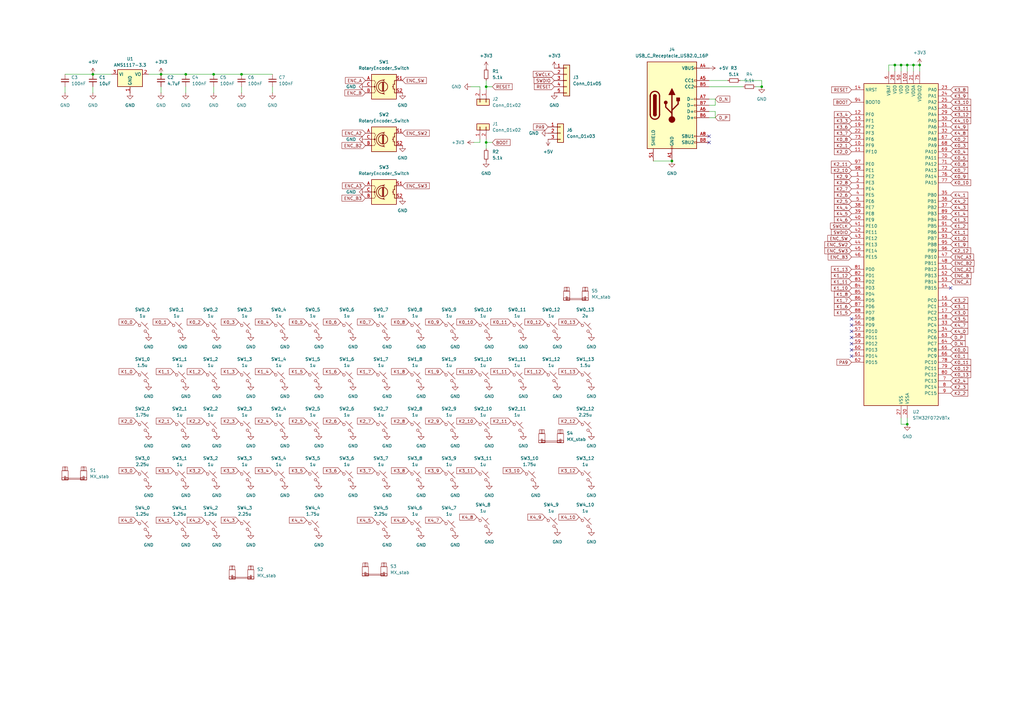
<source format=kicad_sch>
(kicad_sch (version 20231120) (generator "eeschema") (generator_version "8.0")
  (paper "A3")
  (junction (at 369.57 26.67))
  (junction (at 275.59 66.04))
  (junction (at 76.2 30.48))
  (junction (at 38.1 30.48))
  (junction (at 66.04 30.48))
  (junction (at 312.42 35.56))
  (junction (at 374.65 26.67))
  (junction (at 367.03 26.67))
  (junction (at 99.06 30.48))
  (junction (at 372.11 173.99))
  (junction (at 372.11 26.67))
  (junction (at 377.19 26.67))
  (junction (at 199.39 35.56))
  (junction (at 87.63 30.48))
  (junction (at 199.39 58.42))
  (no_connect (at 349.25 146.05))
  (no_connect (at 290.83 55.88))
  (no_connect (at 389.89 118.11))
  (no_connect (at 349.25 130.81))
  (no_connect (at 290.83 58.42))
  (no_connect (at 349.25 138.43))
  (no_connect (at 349.25 133.35))
  (no_connect (at 349.25 140.97))
  (no_connect (at 349.25 135.89))
  (no_connect (at 349.25 143.51))
  (wire (pts (xy 76.2 38.1) (xy 76.2 35.56)))
  (wire (pts (xy 196.85 58.42) (xy 194.31 58.42)))
  (wire (pts (xy 312.42 33.02) (xy 312.42 35.56)))
  (wire (pts (xy 76.2 30.48) (xy 87.63 30.48)))
  (wire (pts (xy 199.39 58.42) (xy 201.93 58.42)))
  (wire (pts (xy 290.83 45.72) (xy 293.37 45.72)))
  (wire (pts (xy 290.83 33.02) (xy 298.45 33.02)))
  (wire (pts (xy 369.57 26.67) (xy 372.11 26.67)))
  (wire (pts (xy 66.04 38.1) (xy 66.04 35.56)))
  (wire (pts (xy 369.57 29.21) (xy 369.57 26.67)))
  (wire (pts (xy 38.1 30.48) (xy 45.72 30.48)))
  (wire (pts (xy 196.85 36.83) (xy 196.85 35.56)))
  (wire (pts (xy 372.11 26.67) (xy 374.65 26.67)))
  (wire (pts (xy 377.19 26.67) (xy 377.19 29.21)))
  (wire (pts (xy 293.37 45.72) (xy 293.37 48.26)))
  (wire (pts (xy 111.76 38.1) (xy 111.76 35.56)))
  (wire (pts (xy 267.97 66.04) (xy 275.59 66.04)))
  (wire (pts (xy 374.65 29.21) (xy 374.65 26.67)))
  (wire (pts (xy 293.37 43.18) (xy 293.37 40.64)))
  (wire (pts (xy 369.57 173.99) (xy 372.11 173.99)))
  (wire (pts (xy 26.67 30.48) (xy 38.1 30.48)))
  (wire (pts (xy 303.53 33.02) (xy 312.42 33.02)))
  (wire (pts (xy 367.03 26.67) (xy 369.57 26.67)))
  (wire (pts (xy 87.63 30.48) (xy 99.06 30.48)))
  (wire (pts (xy 199.39 33.02) (xy 199.39 35.56)))
  (wire (pts (xy 196.85 57.15) (xy 196.85 58.42)))
  (wire (pts (xy 199.39 35.56) (xy 199.39 36.83)))
  (wire (pts (xy 309.88 35.56) (xy 312.42 35.56)))
  (wire (pts (xy 66.04 30.48) (xy 76.2 30.48)))
  (wire (pts (xy 369.57 171.45) (xy 369.57 173.99)))
  (wire (pts (xy 199.39 58.42) (xy 199.39 60.96)))
  (wire (pts (xy 99.06 38.1) (xy 99.06 35.56)))
  (wire (pts (xy 372.11 29.21) (xy 372.11 26.67)))
  (wire (pts (xy 87.63 38.1) (xy 87.63 35.56)))
  (wire (pts (xy 38.1 38.1) (xy 38.1 35.56)))
  (wire (pts (xy 290.83 48.26) (xy 293.37 48.26)))
  (wire (pts (xy 99.06 30.48) (xy 111.76 30.48)))
  (wire (pts (xy 60.96 30.48) (xy 66.04 30.48)))
  (wire (pts (xy 372.11 171.45) (xy 372.11 173.99)))
  (wire (pts (xy 367.03 29.21) (xy 367.03 26.67)))
  (wire (pts (xy 199.39 57.15) (xy 199.39 58.42)))
  (wire (pts (xy 26.67 38.1) (xy 26.67 35.56)))
  (wire (pts (xy 290.83 35.56) (xy 304.8 35.56)))
  (wire (pts (xy 364.49 26.67) (xy 367.03 26.67)))
  (wire (pts (xy 199.39 35.56) (xy 201.93 35.56)))
  (wire (pts (xy 374.65 26.67) (xy 377.19 26.67)))
  (wire (pts (xy 196.85 35.56) (xy 193.04 35.56)))
  (wire (pts (xy 290.83 40.64) (xy 293.37 40.64)))
  (wire (pts (xy 290.83 43.18) (xy 293.37 43.18)))
  (wire (pts (xy 364.49 29.21) (xy 364.49 26.67)))
  (global_label "K1_13" (shape input) (at 349.25 110.49 180) (property "Intersheetrefs" "${INTERSHEET_REFS}" (effects (hide yes))))
  (global_label "K0_4" (shape input) (at 389.89 62.23 0) (property "Intersheetrefs" "${INTERSHEET_REFS}" (effects (hide yes))))
  (global_label "K4_1" (shape input) (at 389.89 80.01 0) (property "Intersheetrefs" "${INTERSHEET_REFS}" (effects (hide yes))))
  (global_label "BOOT" (shape input) (at 201.93 58.42 0) (property "Intersheetrefs" "${INTERSHEET_REFS}" (effects (hide yes))))
  (global_label "ENC_SW3" (shape input) (at 165.1 76.2 0) (property "Intersheetrefs" "${INTERSHEET_REFS}" (effects (hide yes))))
  (global_label "K3_5" (shape input) (at 389.89 130.81 0) (property "Intersheetrefs" "${INTERSHEET_REFS}" (effects (hide yes))))
  (global_label "K3_3" (shape input) (at 349.25 49.53 180) (property "Intersheetrefs" "${INTERSHEET_REFS}" (effects (hide yes))))
  (global_label "K0_6" (shape input) (at 389.89 67.31 0) (property "Intersheetrefs" "${INTERSHEET_REFS}" (effects (hide yes))))
  (global_label "BOOT" (shape input) (at 349.25 41.91 180) (property "Intersheetrefs" "${INTERSHEET_REFS}" (effects (hide yes))))
  (global_label "K4_7" (shape input) (at 389.89 133.35 0) (property "Intersheetrefs" "${INTERSHEET_REFS}" (effects (hide yes))))
  (global_label "K0_8" (shape input) (at 167.64 132.08 180) (property "Intersheetrefs" "${INTERSHEET_REFS}" (effects (hide yes))))
  (global_label "K1_12" (shape input) (at 349.25 113.03 180) (property "Intersheetrefs" "${INTERSHEET_REFS}" (effects (hide yes))))
  (global_label "K2_5" (shape input) (at 349.25 82.55 180) (property "Intersheetrefs" "${INTERSHEET_REFS}" (effects (hide yes))))
  (global_label "K2_6" (shape input) (at 139.7 172.72 180) (property "Intersheetrefs" "${INTERSHEET_REFS}" (effects (hide yes))))
  (global_label "K1_11" (shape input) (at 349.25 115.57 180) (property "Intersheetrefs" "${INTERSHEET_REFS}" (effects (hide yes))))
  (global_label "ENC_A" (shape input) (at 389.89 115.57 0) (property "Intersheetrefs" "${INTERSHEET_REFS}" (effects (hide yes))))
  (global_label "ENC_A3" (shape input) (at 389.89 105.41 0) (property "Intersheetrefs" "${INTERSHEET_REFS}" (effects (hide yes))))
  (global_label "K1_13" (shape input) (at 237.49 152.4 180) (property "Intersheetrefs" "${INTERSHEET_REFS}" (effects (hide yes))))
  (global_label "ENC_B" (shape input) (at 149.86 38.1 180) (property "Intersheetrefs" "${INTERSHEET_REFS}" (effects (hide yes))))
  (global_label "SWDIO" (shape input) (at 227.33 33.02 180) (property "Intersheetrefs" "${INTERSHEET_REFS}" (effects (hide yes))))
  (global_label "K1_3" (shape input) (at 389.89 90.17 0) (property "Intersheetrefs" "${INTERSHEET_REFS}" (effects (hide yes))))
  (global_label "K4_2" (shape input) (at 389.89 82.55 0) (property "Intersheetrefs" "${INTERSHEET_REFS}" (effects (hide yes))))
  (global_label "ENC_SW2" (shape input) (at 165.1 54.61 0) (property "Intersheetrefs" "${INTERSHEET_REFS}" (effects (hide yes))))
  (global_label "ENC_B2" (shape input) (at 149.86 59.69 180) (property "Intersheetrefs" "${INTERSHEET_REFS}" (effects (hide yes))))
  (global_label "K2_3" (shape input) (at 97.79 172.72 180) (property "Intersheetrefs" "${INTERSHEET_REFS}" (effects (hide yes))))
  (global_label "K2_12" (shape input) (at 237.49 172.72 180) (property "Intersheetrefs" "${INTERSHEET_REFS}" (effects (hide yes))))
  (global_label "RESET" (shape input) (at 227.33 35.56 180) (property "Intersheetrefs" "${INTERSHEET_REFS}" (effects (hide yes))))
  (global_label "K1_4" (shape input) (at 111.76 152.4 180) (property "Intersheetrefs" "${INTERSHEET_REFS}" (effects (hide yes))))
  (global_label "K4_6" (shape input) (at 167.64 213.36 180) (property "Intersheetrefs" "${INTERSHEET_REFS}" (effects (hide yes))))
  (global_label "K4_7" (shape input) (at 181.61 213.36 180) (property "Intersheetrefs" "${INTERSHEET_REFS}" (effects (hide yes))))
  (global_label "ENC_A3" (shape input) (at 149.86 76.2 180) (property "Intersheetrefs" "${INTERSHEET_REFS}" (effects (hide yes))))
  (global_label "K1_0" (shape input) (at 389.89 97.79 0) (property "Intersheetrefs" "${INTERSHEET_REFS}" (effects (hide yes))))
  (global_label "K1_8" (shape input) (at 349.25 120.65 180) (property "Intersheetrefs" "${INTERSHEET_REFS}" (effects (hide yes))))
  (global_label "K4_5" (shape input) (at 349.25 87.63 180) (property "Intersheetrefs" "${INTERSHEET_REFS}" (effects (hide yes))))
  (global_label "K1_11" (shape input) (at 209.55 152.4 180) (property "Intersheetrefs" "${INTERSHEET_REFS}" (effects (hide yes))))
  (global_label "K2_11" (shape input) (at 209.55 172.72 180) (property "Intersheetrefs" "${INTERSHEET_REFS}" (effects (hide yes))))
  (global_label "K0_2" (shape input) (at 389.89 57.15 0) (property "Intersheetrefs" "${INTERSHEET_REFS}" (effects (hide yes))))
  (global_label "K0_13" (shape input) (at 237.49 132.08 180) (property "Intersheetrefs" "${INTERSHEET_REFS}" (effects (hide yes))))
  (global_label "K0_3" (shape input) (at 97.79 132.08 180) (property "Intersheetrefs" "${INTERSHEET_REFS}" (effects (hide yes))))
  (global_label "K2_3" (shape input) (at 389.89 158.75 0) (property "Intersheetrefs" "${INTERSHEET_REFS}" (effects (hide yes))))
  (global_label "K2_7" (shape input) (at 153.67 172.72 180) (property "Intersheetrefs" "${INTERSHEET_REFS}" (effects (hide yes))))
  (global_label "K1_10" (shape input) (at 349.25 118.11 180) (property "Intersheetrefs" "${INTERSHEET_REFS}" (effects (hide yes))))
  (global_label "K4_2" (shape input) (at 83.82 213.36 180) (property "Intersheetrefs" "${INTERSHEET_REFS}" (effects (hide yes))))
  (global_label "K1_7" (shape input) (at 153.67 152.4 180) (property "Intersheetrefs" "${INTERSHEET_REFS}" (effects (hide yes))))
  (global_label "K0_11" (shape input) (at 389.89 148.59 0) (property "Intersheetrefs" "${INTERSHEET_REFS}" (effects (hide yes))))
  (global_label "ENC_B3" (shape input) (at 349.25 105.41 180) (property "Intersheetrefs" "${INTERSHEET_REFS}" (effects (hide yes))))
  (global_label "K4_1" (shape input) (at 71.12 213.36 180) (property "Intersheetrefs" "${INTERSHEET_REFS}" (effects (hide yes))))
  (global_label "K2_10" (shape input) (at 349.25 69.85 180) (property "Intersheetrefs" "${INTERSHEET_REFS}" (effects (hide yes))))
  (global_label "K0_4" (shape input) (at 111.76 132.08 180) (property "Intersheetrefs" "${INTERSHEET_REFS}" (effects (hide yes))))
  (global_label "K0_0" (shape input) (at 55.88 132.08 180) (property "Intersheetrefs" "${INTERSHEET_REFS}" (effects (hide yes))))
  (global_label "K3_8" (shape input) (at 167.64 193.04 180) (property "Intersheetrefs" "${INTERSHEET_REFS}" (effects (hide yes))))
  (global_label "K2_8" (shape input) (at 167.64 172.72 180) (property "Intersheetrefs" "${INTERSHEET_REFS}" (effects (hide yes))))
  (global_label "SWCLK" (shape input) (at 349.25 92.71 180) (property "Intersheetrefs" "${INTERSHEET_REFS}" (effects (hide yes))))
  (global_label "K2_6" (shape input) (at 349.25 80.01 180) (property "Intersheetrefs" "${INTERSHEET_REFS}" (effects (hide yes))))
  (global_label "K2_9" (shape input) (at 349.25 72.39 180) (property "Intersheetrefs" "${INTERSHEET_REFS}" (effects (hide yes))))
  (global_label "K2_1" (shape input) (at 349.25 59.69 180) (property "Intersheetrefs" "${INTERSHEET_REFS}" (effects (hide yes))))
  (global_label "K3_5" (shape input) (at 125.73 193.04 180) (property "Intersheetrefs" "${INTERSHEET_REFS}" (effects (hide yes))))
  (global_label "ENC_SW" (shape input) (at 349.25 97.79 180) (property "Intersheetrefs" "${INTERSHEET_REFS}" (effects (hide yes))))
  (global_label "K3_0" (shape input) (at 55.88 193.04 180) (property "Intersheetrefs" "${INTERSHEET_REFS}" (effects (hide yes))))
  (global_label "K4_3" (shape input) (at 389.89 85.09 0) (property "Intersheetrefs" "${INTERSHEET_REFS}" (effects (hide yes))))
  (global_label "K1_0" (shape input) (at 55.88 152.4 180) (property "Intersheetrefs" "${INTERSHEET_REFS}" (effects (hide yes))))
  (global_label "K0_3" (shape input) (at 389.89 59.69 0) (property "Intersheetrefs" "${INTERSHEET_REFS}" (effects (hide yes))))
  (global_label "K2_8" (shape input) (at 349.25 74.93 180) (property "Intersheetrefs" "${INTERSHEET_REFS}" (effects (hide yes))))
  (global_label "K3_9" (shape input) (at 181.61 193.04 180) (property "Intersheetrefs" "${INTERSHEET_REFS}" (effects (hide yes))))
  (global_label "K1_12" (shape input) (at 223.52 152.4 180) (property "Intersheetrefs" "${INTERSHEET_REFS}" (effects (hide yes))))
  (global_label "K3_11" (shape input) (at 195.58 193.04 180) (property "Intersheetrefs" "${INTERSHEET_REFS}" (effects (hide yes))))
  (global_label "K4_10" (shape input) (at 237.49 212.09 180) (property "Intersheetrefs" "${INTERSHEET_REFS}" (effects (hide yes))))
  (global_label "K0_12" (shape input) (at 223.52 132.08 180) (property "Intersheetrefs" "${INTERSHEET_REFS}" (effects (hide yes))))
  (global_label "K2_4" (shape input) (at 389.89 156.21 0) (property "Intersheetrefs" "${INTERSHEET_REFS}" (effects (hide yes))))
  (global_label "D_N" (shape input) (at 293.37 40.64 0) (property "Intersheetrefs" "${INTERSHEET_REFS}" (effects (hide yes))))
  (global_label "K1_4" (shape input) (at 389.89 87.63 0) (property "Intersheetrefs" "${INTERSHEET_REFS}" (effects (hide yes))))
  (global_label "K1_5" (shape input) (at 349.25 128.27 180) (property "Intersheetrefs" "${INTERSHEET_REFS}" (effects (hide yes))))
  (global_label "K3_12" (shape input) (at 389.89 46.99 0) (property "Intersheetrefs" "${INTERSHEET_REFS}" (effects (hide yes))))
  (global_label "K4_8" (shape input) (at 389.89 54.61 0) (property "Intersheetrefs" "${INTERSHEET_REFS}" (effects (hide yes))))
  (global_label "K0_9" (shape input) (at 389.89 72.39 0) (property "Intersheetrefs" "${INTERSHEET_REFS}" (effects (hide yes))))
  (global_label "K1_3" (shape input) (at 97.79 152.4 180) (property "Intersheetrefs" "${INTERSHEET_REFS}" (effects (hide yes))))
  (global_label "K3_10" (shape input) (at 214.63 193.04 180) (property "Intersheetrefs" "${INTERSHEET_REFS}" (effects (hide yes))))
  (global_label "K1_2" (shape input) (at 389.89 92.71 0) (property "Intersheetrefs" "${INTERSHEET_REFS}" (effects (hide yes))))
  (global_label "K1_2" (shape input) (at 83.82 152.4 180) (property "Intersheetrefs" "${INTERSHEET_REFS}" (effects (hide yes))))
  (global_label "K4_0" (shape input) (at 55.88 213.36 180) (property "Intersheetrefs" "${INTERSHEET_REFS}" (effects (hide yes))))
  (global_label "K3_4" (shape input) (at 349.25 46.99 180) (property "Intersheetrefs" "${INTERSHEET_REFS}" (effects (hide yes))))
  (global_label "D_P" (shape input) (at 293.37 48.26 0) (property "Intersheetrefs" "${INTERSHEET_REFS}" (effects (hide yes))))
  (global_label "K4_4" (shape input) (at 125.73 213.36 180) (property "Intersheetrefs" "${INTERSHEET_REFS}" (effects (hide yes))))
  (global_label "K2_10" (shape input) (at 195.58 172.72 180) (property "Intersheetrefs" "${INTERSHEET_REFS}" (effects (hide yes))))
  (global_label "K0_7" (shape input) (at 153.67 132.08 180) (property "Intersheetrefs" "${INTERSHEET_REFS}" (effects (hide yes))))
  (global_label "K2_1" (shape input) (at 71.12 172.72 180) (property "Intersheetrefs" "${INTERSHEET_REFS}" (effects (hide yes))))
  (global_label "K3_0" (shape input) (at 389.89 128.27 0) (property "Intersheetrefs" "${INTERSHEET_REFS}" (effects (hide yes))))
  (global_label "ENC_SW2" (shape input) (at 349.25 100.33 180) (property "Intersheetrefs" "${INTERSHEET_REFS}" (effects (hide yes))))
  (global_label "K2_5" (shape input) (at 125.73 172.72 180) (property "Intersheetrefs" "${INTERSHEET_REFS}" (effects (hide yes))))
  (global_label "K3_2" (shape input) (at 83.82 193.04 180) (property "Intersheetrefs" "${INTERSHEET_REFS}" (effects (hide yes))))
  (global_label "K3_1" (shape input) (at 71.12 193.04 180) (property "Intersheetrefs" "${INTERSHEET_REFS}" (effects (hide yes))))
  (global_label "K1_1" (shape input) (at 71.12 152.4 180) (property "Intersheetrefs" "${INTERSHEET_REFS}" (effects (hide yes))))
  (global_label "RESET" (shape input) (at 349.25 36.83 180) (property "Intersheetrefs" "${INTERSHEET_REFS}" (effects (hide yes))))
  (global_label "K4_9" (shape input) (at 389.89 52.07 0) (property "Intersheetrefs" "${INTERSHEET_REFS}" (effects (hide yes))))
  (global_label "K3_11" (shape input) (at 389.89 44.45 0) (property "Intersheetrefs" "${INTERSHEET_REFS}" (effects (hide yes))))
  (global_label "SWCLK" (shape input) (at 227.33 30.48 180) (property "Intersheetrefs" "${INTERSHEET_REFS}" (effects (hide yes))))
  (global_label "ENC_B2" (shape input) (at 389.89 107.95 0) (property "Intersheetrefs" "${INTERSHEET_REFS}" (effects (hide yes))))
  (global_label "RESET" (shape input) (at 201.93 35.56 0) (property "Intersheetrefs" "${INTERSHEET_REFS}" (effects (hide yes))))
  (global_label "K3_7" (shape input) (at 153.67 193.04 180) (property "Intersheetrefs" "${INTERSHEET_REFS}" (effects (hide yes))))
  (global_label "K4_6" (shape input) (at 349.25 90.17 180) (property "Intersheetrefs" "${INTERSHEET_REFS}" (effects (hide yes))))
  (global_label "K0_10" (shape input) (at 195.58 132.08 180) (property "Intersheetrefs" "${INTERSHEET_REFS}" (effects (hide yes))))
  (global_label "K1_6" (shape input) (at 139.7 152.4 180) (property "Intersheetrefs" "${INTERSHEET_REFS}" (effects (hide yes))))
  (global_label "ENC_B" (shape input) (at 389.89 113.03 0) (property "Intersheetrefs" "${INTERSHEET_REFS}" (effects (hide yes))))
  (global_label "K4_9" (shape input) (at 223.52 212.09 180) (property "Intersheetrefs" "${INTERSHEET_REFS}" (effects (hide yes))))
  (global_label "K2_12" (shape input) (at 389.89 102.87 0) (property "Intersheetrefs" "${INTERSHEET_REFS}" (effects (hide yes))))
  (global_label "K3_12" (shape input) (at 237.49 193.04 180) (property "Intersheetrefs" "${INTERSHEET_REFS}" (effects (hide yes))))
  (global_label "PA9" (shape input) (at 349.25 148.59 180) (property "Intersheetrefs" "${INTERSHEET_REFS}" (effects (hide yes))))
  (global_label "K0_11" (shape input) (at 209.55 132.08 180) (property "Intersheetrefs" "${INTERSHEET_REFS}" (effects (hide yes))))
  (global_label "K0_5" (shape input) (at 389.89 64.77 0) (property "Intersheetrefs" "${INTERSHEET_REFS}" (effects (hide yes))))
  (global_label "K2_0" (shape input) (at 55.88 172.72 180) (property "Intersheetrefs" "${INTERSHEET_REFS}" (effects (hide yes))))
  (global_label "ENC_A" (shape input) (at 149.86 33.02 180) (property "Intersheetrefs" "${INTERSHEET_REFS}" (effects (hide yes))))
  (global_label "K0_2" (shape input) (at 83.82 132.08 180) (property "Intersheetrefs" "${INTERSHEET_REFS}" (effects (hide yes))))
  (global_label "K4_8" (shape input) (at 195.58 212.09 180) (property "Intersheetrefs" "${INTERSHEET_REFS}" (effects (hide yes))))
  (global_label "K0_9" (shape input) (at 181.61 132.08 180) (property "Intersheetrefs" "${INTERSHEET_REFS}" (effects (hide yes))))
  (global_label "K2_2" (shape input) (at 389.89 161.29 0) (property "Intersheetrefs" "${INTERSHEET_REFS}" (effects (hide yes))))
  (global_label "K0_12" (shape input) (at 389.89 151.13 0) (property "Intersheetrefs" "${INTERSHEET_REFS}" (effects (hide yes))))
  (global_label "ENC_SW" (shape input) (at 165.1 33.02 0) (property "Intersheetrefs" "${INTERSHEET_REFS}" (effects (hide yes))))
  (global_label "ENC_B3" (shape input) (at 149.86 81.28 180) (property "Intersheetrefs" "${INTERSHEET_REFS}" (effects (hide yes))))
  (global_label "K0_0" (shape input) (at 389.89 143.51 0) (property "Intersheetrefs" "${INTERSHEET_REFS}" (effects (hide yes))))
  (global_label "K0_1" (shape input) (at 69.85 132.08 180) (property "Intersheetrefs" "${INTERSHEET_REFS}" (effects (hide yes))))
  (global_label "K2_2" (shape input) (at 83.82 172.72 180) (property "Intersheetrefs" "${INTERSHEET_REFS}" (effects (hide yes))))
  (global_label "K4_3" (shape input) (at 97.79 213.36 180) (property "Intersheetrefs" "${INTERSHEET_REFS}" (effects (hide yes))))
  (global_label "K3_6" (shape input) (at 139.7 193.04 180) (property "Intersheetrefs" "${INTERSHEET_REFS}" (effects (hide yes))))
  (global_label "K1_7" (shape input) (at 349.25 123.19 180) (property "Intersheetrefs" "${INTERSHEET_REFS}" (effects (hide yes))))
  (global_label "K3_10" (shape input) (at 389.89 41.91 0) (property "Intersheetrefs" "${INTERSHEET_REFS}" (effects (hide yes))))
  (global_label "K3_7" (shape input) (at 349.25 54.61 180) (property "Intersheetrefs" "${INTERSHEET_REFS}" (effects (hide yes))))
  (global_label "K0_8" (shape input) (at 349.25 57.15 180) (property "Intersheetrefs" "${INTERSHEET_REFS}" (effects (hide yes))))
  (global_label "K3_8" (shape input) (at 389.89 36.83 0) (property "Intersheetrefs" "${INTERSHEET_REFS}" (effects (hide yes))))
  (global_label "SWDIO" (shape input) (at 349.25 95.25 180) (property "Intersheetrefs" "${INTERSHEET_REFS}" (effects (hide yes))))
  (global_label "ENC_A2" (shape input) (at 149.86 54.61 180) (property "Intersheetrefs" "${INTERSHEET_REFS}" (effects (hide yes))))
  (global_label "K1_8" (shape input) (at 167.64 152.4 180) (property "Intersheetrefs" "${INTERSHEET_REFS}" (effects (hide yes))))
  (global_label "ENC_SW3" (shape input) (at 349.25 102.87 180) (property "Intersheetrefs" "${INTERSHEET_REFS}" (effects (hide yes))))
  (global_label "K0_13" (shape input) (at 389.89 153.67 0) (property "Intersheetrefs" "${INTERSHEET_REFS}" (effects (hide yes))))
  (global_label "D_P" (shape input) (at 389.89 138.43 0) (property "Intersheetrefs" "${INTERSHEET_REFS}" (effects (hide yes))))
  (global_label "K2_9" (shape input) (at 181.61 172.72 180) (property "Intersheetrefs" "${INTERSHEET_REFS}" (effects (hide yes))))
  (global_label "K0_6" (shape input) (at 139.7 132.08 180) (property "Intersheetrefs" "${INTERSHEET_REFS}" (effects (hide yes))))
  (global_label "K3_2" (shape input) (at 389.89 123.19 0) (property "Intersheetrefs" "${INTERSHEET_REFS}" (effects (hide yes))))
  (global_label "K3_4" (shape input) (at 111.76 193.04 180) (property "Intersheetrefs" "${INTERSHEET_REFS}" (effects (hide yes))))
  (global_label "K3_1" (shape input) (at 389.89 125.73 0) (property "Intersheetrefs" "${INTERSHEET_REFS}" (effects (hide yes))))
  (global_label "K4_10" (shape input) (at 389.89 49.53 0) (property "Intersheetrefs" "${INTERSHEET_REFS}" (effects (hide yes))))
  (global_label "K3_3" (shape input) (at 97.79 193.04 180) (property "Intersheetrefs" "${INTERSHEET_REFS}" (effects (hide yes))))
  (global_label "K2_7" (shape input) (at 349.25 77.47 180) (property "Intersheetrefs" "${INTERSHEET_REFS}" (effects (hide yes))))
  (global_label "PA9" (shape input) (at 224.79 52.07 180) (property "Intersheetrefs" "${INTERSHEET_REFS}" (effects (hide yes))))
  (global_label "K4_5" (shape input) (at 153.67 213.36 180) (property "Intersheetrefs" "${INTERSHEET_REFS}" (effects (hide yes))))
  (global_label "K1_9" (shape input) (at 389.89 100.33 0) (property "Intersheetrefs" "${INTERSHEET_REFS}" (effects (hide yes))))
  (global_label "D_N" (shape input) (at 389.89 140.97 0) (property "Intersheetrefs" "${INTERSHEET_REFS}" (effects (hide yes))))
  (global_label "K1_1" (shape input) (at 389.89 95.25 0) (property "Intersheetrefs" "${INTERSHEET_REFS}" (effects (hide yes))))
  (global_label "K2_0" (shape input) (at 349.25 62.23 180) (property "Intersheetrefs" "${INTERSHEET_REFS}" (effects (hide yes))))
  (global_label "K1_9" (shape input) (at 181.61 152.4 180) (property "Intersheetrefs" "${INTERSHEET_REFS}" (effects (hide yes))))
  (global_label "K3_9" (shape input) (at 389.89 39.37 0) (property "Intersheetrefs" "${INTERSHEET_REFS}" (effects (hide yes))))
  (global_label "K0_5" (shape input) (at 125.73 132.08 180) (property "Intersheetrefs" "${INTERSHEET_REFS}" (effects (hide yes))))
  (global_label "K4_0" (shape input) (at 389.89 135.89 0) (property "Intersheetrefs" "${INTERSHEET_REFS}" (effects (hide yes))))
  (global_label "K0_1" (shape input) (at 389.89 146.05 0) (property "Intersheetrefs" "${INTERSHEET_REFS}" (effects (hide yes))))
  (global_label "K0_7" (shape input) (at 389.89 69.85 0) (property "Intersheetrefs" "${INTERSHEET_REFS}" (effects (hide yes))))
  (global_label "K0_10" (shape input) (at 389.89 74.93 0) (property "Intersheetrefs" "${INTERSHEET_REFS}" (effects (hide yes))))
  (global_label "K2_4" (shape input) (at 111.76 172.72 180) (property "Intersheetrefs" "${INTERSHEET_REFS}" (effects (hide yes))))
  (global_label "K1_10" (shape input) (at 195.58 152.4 180) (property "Intersheetrefs" "${INTERSHEET_REFS}" (effects (hide yes))))
  (global_label "ENC_A2" (shape input) (at 389.89 110.49 0) (property "Intersheetrefs" "${INTERSHEET_REFS}" (effects (hide yes))))
  (global_label "K1_5" (shape input) (at 125.73 152.4 180) (property "Intersheetrefs" "${INTERSHEET_REFS}" (effects (hide yes))))
  (global_label "K1_6" (shape input) (at 349.25 125.73 180) (property "Intersheetrefs" "${INTERSHEET_REFS}" (effects (hide yes))))
  (global_label "K2_11" (shape input) (at 349.25 67.31 180) (property "Intersheetrefs" "${INTERSHEET_REFS}" (effects (hide yes))))
  (global_label "K3_6" (shape input) (at 349.25 52.07 180) (property "Intersheetrefs" "${INTERSHEET_REFS}" (effects (hide yes))))
  (global_label "K4_4" (shape input) (at 349.25 85.09 180) (property "Intersheetrefs" "${INTERSHEET_REFS}" (effects (hide yes))))
  (symbol (lib_id "PCM_marbastlib-mx:MX_SW_HS_CPG151101S11") (at 226.06 154.94 0) (unit 1)
    (property "Reference" "SW1_12" (at 226.06 147.32 0))
    (property "Value" "1u" (at 226.06 149.86 0))
    (property "Footprint" "PCM_marbastlib-mx:SW_MX_HS_CPG151101S11_1u" (effects (hide yes)))
    (property "Description" "Push button switch, normally open, two pins, 45° tilted, Kailh CPG151101S11 for Cherry MX style switches" (effects (hide yes)))
  )
  (symbol (lib_id "PCM_marbastlib-mx:MX_SW_HS_CPG151101S11") (at 240.03 134.62 0) (unit 1)
    (property "Reference" "SW0_13" (at 240.03 127 0))
    (property "Value" "2u" (at 240.03 129.54 0))
    (property "Footprint" "PCM_marbastlib-mx:SW_MX_HS_CPG151101S11_1u" (effects (hide yes)))
    (property "Description" "Push button switch, normally open, two pins, 45° tilted, Kailh CPG151101S11 for Cherry MX style switches" (effects (hide yes)))
  )
  (symbol (lib_id "power:GND") (at 38.1 38.1 0) (unit 1)
    (property "Reference" "#PWR08" (effects (hide yes)))
    (property "Value" "GND" (at 38.1 43.18 0))
    (property "Description" "Power symbol creates a global label with name \"GND\" , ground" (effects (hide yes)))
  )
  (symbol (lib_id "Device:RotaryEncoder_Switch") (at 157.48 57.15 0) (unit 1)
    (property "Reference" "SW2" (at 157.48 46.99 0))
    (property "Value" "RotaryEncoder_Switch" (at 157.48 49.53 0))
    (property "Footprint" "Rotary_Encoder:RotaryEncoder_Alps_EC11E-Switch_Vertical_H20mm" (effects (hide yes)))
    (property "Description" "Rotary encoder, dual channel, incremental quadrate outputs, with switch" (effects (hide yes)))
  )
  (symbol (lib_id "Device:C_Small") (at 38.1 33.02 0) (unit 1)
    (property "Reference" "C1" (at 40.64 31.7562 0) (effects (justify left)))
    (property "Value" "10uF" (at 40.64 34.2962 0) (effects (justify left)))
    (property "Footprint" "Capacitor_SMD:C_0603_1608Metric" (effects (hide yes)))
    (property "Description" "Unpolarized capacitor, small symbol" (effects (hide yes)))
  )
  (symbol (lib_id "PCM_marbastlib-mx:MX_SW_HS_CPG151101S11") (at 156.21 195.58 0) (unit 1)
    (property "Reference" "SW3_7" (at 156.21 187.96 0))
    (property "Value" "1u" (at 156.21 190.5 0))
    (property "Footprint" "PCM_marbastlib-mx:SW_MX_HS_CPG151101S11_1u" (effects (hide yes)))
    (property "Description" "Push button switch, normally open, two pins, 45° tilted, Kailh CPG151101S11 for Cherry MX style switches" (effects (hide yes)))
  )
  (symbol (lib_id "PCM_marbastlib-mx:MX_SW_HS_CPG151101S11") (at 100.33 175.26 0) (unit 1)
    (property "Reference" "SW2_3" (at 100.33 167.64 0))
    (property "Value" "1u" (at 100.33 170.18 0))
    (property "Footprint" "PCM_marbastlib-mx:SW_MX_HS_CPG151101S11_1u" (effects (hide yes)))
    (property "Description" "Push button switch, normally open, two pins, 45° tilted, Kailh CPG151101S11 for Cherry MX style switches" (effects (hide yes)))
  )
  (symbol (lib_id "power:GND") (at 88.9 137.16 0) (unit 1)
    (property "Reference" "#PWR028" (effects (hide yes)))
    (property "Value" "GND" (at 88.9 142.24 0))
    (property "Description" "Power symbol creates a global label with name \"GND\" , ground" (effects (hide yes)))
  )
  (symbol (lib_id "power:GND") (at 172.72 157.48 0) (unit 1)
    (property "Reference" "#PWR048" (effects (hide yes)))
    (property "Value" "GND" (at 172.72 162.56 0))
    (property "Description" "Power symbol creates a global label with name \"GND\" , ground" (effects (hide yes)))
  )
  (symbol (lib_id "Device:C_Small") (at 111.76 33.02 0) (unit 1)
    (property "Reference" "C7" (at 114.3 31.7562 0) (effects (justify left)))
    (property "Value" "100nF" (at 114.3 34.2962 0) (effects (justify left)))
    (property "Footprint" "Capacitor_SMD:C_0603_1608Metric" (effects (hide yes)))
    (property "Description" "Unpolarized capacitor, small symbol" (effects (hide yes)))
  )
  (symbol (lib_id "Device:R_Small") (at 199.39 63.5 0) (unit 1)
    (property "Reference" "R2" (at 201.93 62.2299 0) (effects (justify left)))
    (property "Value" "5.1k" (at 201.93 64.7699 0) (effects (justify left)))
    (property "Footprint" "Resistor_SMD:R_0603_1608Metric" (effects (hide yes)))
    (property "Description" "Resistor, small symbol" (effects (hide yes)))
  )
  (symbol (lib_id "PCM_marbastlib-mx:MX_stab") (at 226.06 179.07 0) (unit 1)
    (property "Reference" "S4" (at 232.41 177.6729 0) (effects (justify left)))
    (property "Value" "MX_stab" (at 232.41 180.2129 0) (effects (justify left)))
    (property "Footprint" "PCM_marbastlib-mx:STAB_MX_P_2.25u" (effects (hide yes)))
    (property "Description" "Cherry MX-style stabilizer" (effects (hide yes)))
  )
  (symbol (lib_id "power:GND") (at 102.87 218.44 0) (unit 1)
    (property "Reference" "#PWR083" (effects (hide yes)))
    (property "Value" "GND" (at 102.87 223.52 0))
    (property "Description" "Power symbol creates a global label with name \"GND\" , ground" (effects (hide yes)))
  )
  (symbol (lib_id "power:GND") (at 200.66 217.17 0) (unit 1)
    (property "Reference" "#PWR088" (effects (hide yes)))
    (property "Value" "GND" (at 200.66 222.25 0))
    (property "Description" "Power symbol creates a global label with name \"GND\" , ground" (effects (hide yes)))
  )
  (symbol (lib_id "PCM_marbastlib-mx:MX_SW_HS_CPG151101S11") (at 240.03 154.94 0) (unit 1)
    (property "Reference" "SW1_13" (at 240.03 147.32 0))
    (property "Value" "1.5u" (at 240.03 149.86 0))
    (property "Footprint" "PCM_marbastlib-mx:SW_MX_HS_CPG151101S11_1.5u" (effects (hide yes)))
    (property "Description" "Push button switch, normally open, two pins, 45° tilted, Kailh CPG151101S11 for Cherry MX style switches" (effects (hide yes)))
  )
  (symbol (lib_id "PCM_marbastlib-mx:MX_SW_HS_CPG151101S11") (at 128.27 154.94 0) (unit 1)
    (property "Reference" "SW1_5" (at 128.27 147.32 0))
    (property "Value" "1u" (at 128.27 149.86 0))
    (property "Footprint" "PCM_marbastlib-mx:SW_MX_HS_CPG151101S11_1u" (effects (hide yes)))
    (property "Description" "Push button switch, normally open, two pins, 45° tilted, Kailh CPG151101S11 for Cherry MX style switches" (effects (hide yes)))
  )
  (symbol (lib_id "Regulator_Linear:AMS1117-3.3") (at 53.34 30.48 0) (unit 1)
    (property "Reference" "U1" (at 53.34 24.13 0))
    (property "Value" "AMS1117-3.3" (at 53.34 26.67 0))
    (property "Footprint" "Package_TO_SOT_SMD:SOT-223-3_TabPin2" (effects (hide yes)))
    (property "Datasheet" "http://www.advanced-monolithic.com/pdf/ds1117.pdf" (effects (hide yes)))
    (property "Description" "1A Low Dropout regulator, positive, 3.3V fixed output, SOT-223" (effects (hide yes)))
  )
  (symbol (lib_id "Connector_Generic:Conn_01x05") (at 232.41 33.02 0) (unit 1)
    (property "Reference" "J3" (at 234.95 31.7499 0) (effects (justify left)))
    (property "Value" "Conn_01x05" (at 234.95 34.2899 0) (effects (justify left)))
    (property "Footprint" "Connector_PinHeader_2.54mm:PinHeader_1x05_P2.54mm_Vertical" (effects (hide yes)))
    (property "Description" "Generic connector, single row, 01x05, script generated (kicad-library-utils/schlib/autogen/connector/)" (effects (hide yes)))
  )
  (symbol (lib_id "power:GND") (at 172.72 137.16 0) (unit 1)
    (property "Reference" "#PWR034" (effects (hide yes)))
    (property "Value" "GND" (at 172.72 142.24 0))
    (property "Description" "Power symbol creates a global label with name \"GND\" , ground" (effects (hide yes)))
  )
  (symbol (lib_id "power:GND") (at 186.69 157.48 0) (unit 1)
    (property "Reference" "#PWR049" (effects (hide yes)))
    (property "Value" "GND" (at 186.69 162.56 0))
    (property "Description" "Power symbol creates a global label with name \"GND\" , ground" (effects (hide yes)))
  )
  (symbol (lib_id "PCM_marbastlib-mx:MX_SW_HS_CPG151101S11") (at 73.66 154.94 0) (unit 1)
    (property "Reference" "SW1_1" (at 73.66 147.32 0))
    (property "Value" "1u" (at 73.66 149.86 0))
    (property "Footprint" "PCM_marbastlib-mx:SW_MX_HS_CPG151101S11_1u" (effects (hide yes)))
    (property "Description" "Push button switch, normally open, two pins, 45° tilted, Kailh CPG151101S11 for Cherry MX style switches" (effects (hide yes)))
  )
  (symbol (lib_id "PCM_marbastlib-mx:MX_SW_HS_CPG151101S11") (at 156.21 175.26 0) (unit 1)
    (property "Reference" "SW2_7" (at 156.21 167.64 0))
    (property "Value" "1u" (at 156.21 170.18 0))
    (property "Footprint" "PCM_marbastlib-mx:SW_MX_HS_CPG151101S11_1u" (effects (hide yes)))
    (property "Description" "Push button switch, normally open, two pins, 45° tilted, Kailh CPG151101S11 for Cherry MX style switches" (effects (hide yes)))
  )
  (symbol (lib_id "PCM_marbastlib-mx:MX_SW_HS_CPG151101S11") (at 58.42 215.9 0) (unit 1)
    (property "Reference" "SW4_0" (at 58.42 208.28 0))
    (property "Value" "1.25u" (at 58.42 210.82 0))
    (property "Footprint" "PCM_marbastlib-mx:SW_MX_HS_CPG151101S11_1.25u" (effects (hide yes)))
    (property "Description" "Push button switch, normally open, two pins, 45° tilted, Kailh CPG151101S11 for Cherry MX style switches" (effects (hide yes)))
  )
  (symbol (lib_id "power:GND") (at 60.96 198.12 0) (unit 1)
    (property "Reference" "#PWR067" (effects (hide yes)))
    (property "Value" "GND" (at 60.96 203.2 0))
    (property "Description" "Power symbol creates a global label with name \"GND\" , ground" (effects (hide yes)))
  )
  (symbol (lib_id "PCM_marbastlib-mx:MX_SW_HS_CPG151101S11") (at 58.42 175.26 0) (unit 1)
    (property "Reference" "SW2_0" (at 58.42 167.64 0))
    (property "Value" "1.75u" (at 58.42 170.18 0))
    (property "Footprint" "PCM_marbastlib-mx:SW_MX_HS_CPG151101S11_1.75u" (effects (hide yes)))
    (property "Description" "Push button switch, normally open, two pins, 45° tilted, Kailh CPG151101S11 for Cherry MX style switches" (effects (hide yes)))
  )
  (symbol (lib_id "power:GND") (at 144.78 198.12 0) (unit 1)
    (property "Reference" "#PWR073" (effects (hide yes)))
    (property "Value" "GND" (at 144.78 203.2 0))
    (property "Description" "Power symbol creates a global label with name \"GND\" , ground" (effects (hide yes)))
  )
  (symbol (lib_id "power:+3V3") (at 194.31 58.42 90) (unit 1)
    (property "Reference" "#PWR019" (effects (hide yes)))
    (property "Value" "+3V3" (at 190.5 58.4199 90) (effects (justify left)))
    (property "Description" "Power symbol creates a global label with name \"+3V3\"" (effects (hide yes)))
  )
  (symbol (lib_id "power:GND") (at 224.79 54.61 270) (unit 1)
    (property "Reference" "#PWR013" (effects (hide yes)))
    (property "Value" "GND" (at 220.98 54.6099 90) (effects (justify right)))
    (property "Description" "Power symbol creates a global label with name \"GND\" , ground" (effects (hide yes)))
  )
  (symbol (lib_id "Device:RotaryEncoder_Switch") (at 157.48 78.74 0) (unit 1)
    (property "Reference" "SW3" (at 157.48 68.58 0))
    (property "Value" "RotaryEncoder_Switch" (at 157.48 71.12 0))
    (property "Footprint" "Rotary_Encoder:RotaryEncoder_Alps_EC11E-Switch_Vertical_H20mm" (effects (hide yes)))
    (property "Description" "Rotary encoder, dual channel, incremental quadrate outputs, with switch" (effects (hide yes)))
  )
  (symbol (lib_id "Connector_Generic:Conn_01x03") (at 229.87 54.61 0) (unit 1)
    (property "Reference" "J6" (at 232.41 53.3399 0) (effects (justify left)))
    (property "Value" "Conn_01x03" (at 232.41 55.8799 0) (effects (justify left)))
    (property "Footprint" "Connector_PinHeader_2.54mm:PinHeader_1x03_P2.54mm_Vertical" (effects (hide yes)))
    (property "Description" "Generic connector, single row, 01x03, script generated (kicad-library-utils/schlib/autogen/connector/)" (effects (hide yes)))
  )
  (symbol (lib_id "power:GND") (at 158.75 137.16 0) (unit 1)
    (property "Reference" "#PWR033" (effects (hide yes)))
    (property "Value" "GND" (at 158.75 142.24 0))
    (property "Description" "Power symbol creates a global label with name \"GND\" , ground" (effects (hide yes)))
  )
  (symbol (lib_id "PCM_marbastlib-mx:MX_stab") (at 236.22 120.65 0) (unit 1)
    (property "Reference" "S5" (at 242.57 119.2529 0) (effects (justify left)))
    (property "Value" "MX_stab" (at 242.57 121.7929 0) (effects (justify left)))
    (property "Footprint" "PCM_marbastlib-mx:STAB_MX_P_2u" (effects (hide yes)))
    (property "Description" "Cherry MX-style stabilizer" (effects (hide yes)))
  )
  (symbol (lib_id "power:GND") (at 228.6 157.48 0) (unit 1)
    (property "Reference" "#PWR052" (effects (hide yes)))
    (property "Value" "GND" (at 228.6 162.56 0))
    (property "Description" "Power symbol creates a global label with name \"GND\" , ground" (effects (hide yes)))
  )
  (symbol (lib_id "power:GND") (at 102.87 177.8 0) (unit 1)
    (property "Reference" "#PWR057" (effects (hide yes)))
    (property "Value" "GND" (at 102.87 182.88 0))
    (property "Description" "Power symbol creates a global label with name \"GND\" , ground" (effects (hide yes)))
  )
  (symbol (lib_id "PCM_marbastlib-mx:MX_SW_HS_CPG151101S11") (at 114.3 134.62 0) (unit 1)
    (property "Reference" "SW0_4" (at 114.3 127 0))
    (property "Value" "1u" (at 114.3 129.54 0))
    (property "Footprint" "PCM_marbastlib-mx:SW_MX_HS_CPG151101S11_1u" (effects (hide yes)))
    (property "Description" "Push button switch, normally open, two pins, 45° tilted, Kailh CPG151101S11 for Cherry MX style switches" (effects (hide yes)))
  )
  (symbol (lib_id "PCM_marbastlib-mx:MX_SW_HS_CPG151101S11") (at 198.12 195.58 0) (unit 1)
    (property "Reference" "SW3_11" (at 198.12 187.96 0))
    (property "Value" "1u" (at 198.12 190.5 0))
    (property "Footprint" "PCM_marbastlib-mx:SW_MX_HS_CPG151101S11_1u" (effects (hide yes)))
    (property "Description" "Push button switch, normally open, two pins, 45° tilted, Kailh CPG151101S11 for Cherry MX style switches" (effects (hide yes)))
  )
  (symbol (lib_id "Connector_Generic:Conn_01x02") (at 196.85 52.07 90) (unit 1)
    (property "Reference" "J1" (at 201.93 50.7999 90) (effects (justify right)))
    (property "Value" "Conn_01x02" (at 201.93 53.3399 90) (effects (justify right)))
    (property "Footprint" "Connector_PinHeader_2.54mm:PinHeader_1x02_P2.54mm_Vertical" (effects (hide yes)))
    (property "Description" "Generic connector, single row, 01x02, script generated (kicad-library-utils/schlib/autogen/connector/)" (effects (hide yes)))
  )
  (symbol (lib_id "power:GND") (at 76.2 38.1 0) (unit 1)
    (property "Reference" "#PWR05" (effects (hide yes)))
    (property "Value" "GND" (at 76.2 43.18 0))
    (property "Description" "Power symbol creates a global label with name \"GND\" , ground" (effects (hide yes)))
  )
  (symbol (lib_id "PCM_marbastlib-mx:MX_SW_HS_CPG151101S11") (at 156.21 215.9 0) (unit 1)
    (property "Reference" "SW4_5" (at 156.21 208.28 0))
    (property "Value" "2.25u" (at 156.21 210.82 0))
    (property "Footprint" "PCM_marbastlib-mx:SW_MX_HS_CPG151101S11_1u" (effects (hide yes)))
    (property "Description" "Push button switch, normally open, two pins, 45° tilted, Kailh CPG151101S11 for Cherry MX style switches" (effects (hide yes)))
  )
  (symbol (lib_id "PCM_marbastlib-mx:MX_SW_HS_CPG151101S11") (at 142.24 134.62 0) (unit 1)
    (property "Reference" "SW0_6" (at 142.24 127 0))
    (property "Value" "1u" (at 142.24 129.54 0))
    (property "Footprint" "PCM_marbastlib-mx:SW_MX_HS_CPG151101S11_1u" (effects (hide yes)))
    (property "Description" "Push button switch, normally open, two pins, 45° tilted, Kailh CPG151101S11 for Cherry MX style switches" (effects (hide yes)))
  )
  (symbol (lib_id "power:GND") (at 66.04 38.1 0) (unit 1)
    (property "Reference" "#PWR04" (effects (hide yes)))
    (property "Value" "GND" (at 66.04 43.18 0))
    (property "Description" "Power symbol creates a global label with name \"GND\" , ground" (effects (hide yes)))
  )
  (symbol (lib_id "PCM_marbastlib-mx:MX_SW_HS_CPG151101S11") (at 73.66 195.58 0) (unit 1)
    (property "Reference" "SW3_1" (at 73.66 187.96 0))
    (property "Value" "1u" (at 73.66 190.5 0))
    (property "Footprint" "PCM_marbastlib-mx:SW_MX_HS_CPG151101S11_1u" (effects (hide yes)))
    (property "Description" "Push button switch, normally open, two pins, 45° tilted, Kailh CPG151101S11 for Cherry MX style switches" (effects (hide yes)))
  )
  (symbol (lib_id "power:GND") (at 60.96 177.8 0) (unit 1)
    (property "Reference" "#PWR054" (effects (hide yes)))
    (property "Value" "GND" (at 60.96 182.88 0))
    (property "Description" "Power symbol creates a global label with name \"GND\" , ground" (effects (hide yes)))
  )
  (symbol (lib_id "PCM_marbastlib-mx:MX_SW_HS_CPG151101S11") (at 73.66 175.26 0) (unit 1)
    (property "Reference" "SW2_1" (at 73.66 167.64 0))
    (property "Value" "1u" (at 73.66 170.18 0))
    (property "Footprint" "PCM_marbastlib-mx:SW_MX_HS_CPG151101S11_1u" (effects (hide yes)))
    (property "Description" "Push button switch, normally open, two pins, 45° tilted, Kailh CPG151101S11 for Cherry MX style switches" (effects (hide yes)))
  )
  (symbol (lib_id "PCM_marbastlib-mx:MX_SW_HS_CPG151101S11") (at 86.36 195.58 0) (unit 1)
    (property "Reference" "SW3_2" (at 86.36 187.96 0))
    (property "Value" "1u" (at 86.36 190.5 0))
    (property "Footprint" "PCM_marbastlib-mx:SW_MX_HS_CPG151101S11_1u" (effects (hide yes)))
    (property "Description" "Push button switch, normally open, two pins, 45° tilted, Kailh CPG151101S11 for Cherry MX style switches" (effects (hide yes)))
  )
  (symbol (lib_id "PCM_marbastlib-mx:MX_SW_HS_CPG151101S11") (at 184.15 195.58 0) (unit 1)
    (property "Reference" "SW3_9" (at 184.15 187.96 0))
    (property "Value" "1u" (at 184.15 190.5 0))
    (property "Footprint" "PCM_marbastlib-mx:SW_MX_HS_CPG151101S11_1u" (effects (hide yes)))
    (property "Description" "Push button switch, normally open, two pins, 45° tilted, Kailh CPG151101S11 for Cherry MX style switches" (effects (hide yes)))
  )
  (symbol (lib_id "PCM_marbastlib-mx:MX_SW_HS_CPG151101S11") (at 198.12 214.63 0) (unit 1)
    (property "Reference" "SW4_8" (at 198.12 207.01 0))
    (property "Value" "1u" (at 198.12 209.55 0))
    (property "Footprint" "PCM_marbastlib-mx:SW_MX_HS_CPG151101S11_1u" (effects (hide yes)))
    (property "Description" "Push button switch, normally open, two pins, 45° tilted, Kailh CPG151101S11 for Cherry MX style switches" (effects (hide yes)))
  )
  (symbol (lib_id "PCM_marbastlib-mx:MX_SW_HS_CPG151101S11") (at 73.66 215.9 0) (unit 1)
    (property "Reference" "SW4_1" (at 73.66 208.28 0))
    (property "Value" "1.25u" (at 73.66 210.82 0))
    (property "Footprint" "PCM_marbastlib-mx:SW_MX_HS_CPG151101S11_1.25u" (effects (hide yes)))
    (property "Description" "Push button switch, normally open, two pins, 45° tilted, Kailh CPG151101S11 for Cherry MX style switches" (effects (hide yes)))
  )
  (symbol (lib_id "PCM_marbastlib-mx:MX_SW_HS_CPG151101S11") (at 198.12 154.94 0) (unit 1)
    (property "Reference" "SW1_10" (at 198.12 147.32 0))
    (property "Value" "1u" (at 198.12 149.86 0))
    (property "Footprint" "PCM_marbastlib-mx:SW_MX_HS_CPG151101S11_1u" (effects (hide yes)))
    (property "Description" "Push button switch, normally open, two pins, 45° tilted, Kailh CPG151101S11 for Cherry MX style switches" (effects (hide yes)))
  )
  (symbol (lib_id "power:GND") (at 214.63 157.48 0) (unit 1)
    (property "Reference" "#PWR091" (effects (hide yes)))
    (property "Value" "GND" (at 214.63 162.56 0))
    (property "Description" "Power symbol creates a global label with name \"GND\" , ground" (effects (hide yes)))
  )
  (symbol (lib_id "PCM_marbastlib-mx:MX_SW_HS_CPG151101S11") (at 58.42 195.58 0) (unit 1)
    (property "Reference" "SW3_0" (at 58.42 187.96 0))
    (property "Value" "2.25u" (at 58.42 190.5 0))
    (property "Footprint" "PCM_marbastlib-mx:SW_MX_HS_CPG151101S11_1u" (effects (hide yes)))
    (property "Description" "Push button switch, normally open, two pins, 45° tilted, Kailh CPG151101S11 for Cherry MX style switches" (effects (hide yes)))
  )
  (symbol (lib_id "power:GND") (at 158.75 157.48 0) (unit 1)
    (property "Reference" "#PWR047" (effects (hide yes)))
    (property "Value" "GND" (at 158.75 162.56 0))
    (property "Description" "Power symbol creates a global label with name \"GND\" , ground" (effects (hide yes)))
  )
  (symbol (lib_id "power:GND") (at 60.96 157.48 0) (unit 1)
    (property "Reference" "#PWR040" (effects (hide yes)))
    (property "Value" "GND" (at 60.96 162.56 0))
    (property "Description" "Power symbol creates a global label with name \"GND\" , ground" (effects (hide yes)))
  )
  (symbol (lib_id "power:GND") (at 214.63 177.8 0) (unit 1)
    (property "Reference" "#PWR065" (effects (hide yes)))
    (property "Value" "GND" (at 214.63 182.88 0))
    (property "Description" "Power symbol creates a global label with name \"GND\" , ground" (effects (hide yes)))
  )
  (symbol (lib_id "power:GND") (at 87.63 38.1 0) (unit 1)
    (property "Reference" "#PWR06" (effects (hide yes)))
    (property "Value" "GND" (at 87.63 43.18 0))
    (property "Description" "Power symbol creates a global label with name \"GND\" , ground" (effects (hide yes)))
  )
  (symbol (lib_id "power:GND") (at 200.66 177.8 0) (unit 1)
    (property "Reference" "#PWR064" (effects (hide yes)))
    (property "Value" "GND" (at 200.66 182.88 0))
    (property "Description" "Power symbol creates a global label with name \"GND\" , ground" (effects (hide yes)))
  )
  (symbol (lib_id "power:GND") (at 144.78 137.16 0) (unit 1)
    (property "Reference" "#PWR032" (effects (hide yes)))
    (property "Value" "GND" (at 144.78 142.24 0))
    (property "Description" "Power symbol creates a global label with name \"GND\" , ground" (effects (hide yes)))
  )
  (symbol (lib_id "Connector:USB_C_Receptacle_USB2.0_16P") (at 275.59 43.18 0) (unit 1)
    (property "Reference" "J4" (at 275.59 20.32 0))
    (property "Value" "USB_C_Receptacle_USB2.0_16P" (at 275.59 22.86 0))
    (property "Footprint" "Connector_USB:USB_C_Receptacle_GCT_USB4110" (effects (hide yes)))
    (property "Datasheet" "https://www.usb.org/sites/default/files/documents/usb_type-c.zip" (effects (hide yes)))
    (property "Description" "USB 2.0-only 16P Type-C Receptacle connector" (effects (hide yes)))
  )
  (symbol (lib_id "power:GND") (at 102.87 198.12 0) (unit 1)
    (property "Reference" "#PWR070" (effects (hide yes)))
    (property "Value" "GND" (at 102.87 203.2 0))
    (property "Description" "Power symbol creates a global label with name \"GND\" , ground" (effects (hide yes)))
  )
  (symbol (lib_id "PCM_marbastlib-mx:MX_SW_HS_CPG151101S11") (at 142.24 154.94 0) (unit 1)
    (property "Reference" "SW1_6" (at 142.24 147.32 0))
    (property "Value" "1u" (at 142.24 149.86 0))
    (property "Footprint" "PCM_marbastlib-mx:SW_MX_HS_CPG151101S11_1u" (effects (hide yes)))
    (property "Description" "Push button switch, normally open, two pins, 45° tilted, Kailh CPG151101S11 for Cherry MX style switches" (effects (hide yes)))
  )
  (symbol (lib_id "power:GND") (at 144.78 177.8 0) (unit 1)
    (property "Reference" "#PWR060" (effects (hide yes)))
    (property "Value" "GND" (at 144.78 182.88 0))
    (property "Description" "Power symbol creates a global label with name \"GND\" , ground" (effects (hide yes)))
  )
  (symbol (lib_id "power:GND") (at 186.69 218.44 0) (unit 1)
    (property "Reference" "#PWR087" (effects (hide yes)))
    (property "Value" "GND" (at 186.69 223.52 0))
    (property "Description" "Power symbol creates a global label with name \"GND\" , ground" (effects (hide yes)))
  )
  (symbol (lib_id "PCM_marbastlib-mx:MX_SW_HS_CPG151101S11") (at 128.27 175.26 0) (unit 1)
    (property "Reference" "SW2_5" (at 128.27 167.64 0))
    (property "Value" "1u" (at 128.27 170.18 0))
    (property "Footprint" "PCM_marbastlib-mx:SW_MX_HS_CPG151101S11_1u" (effects (hide yes)))
    (property "Description" "Push button switch, normally open, two pins, 45° tilted, Kailh CPG151101S11 for Cherry MX style switches" (effects (hide yes)))
  )
  (symbol (lib_id "PCM_marbastlib-mx:MX_SW_HS_CPG151101S11") (at 100.33 215.9 0) (unit 1)
    (property "Reference" "SW4_3" (at 100.33 208.28 0))
    (property "Value" "2.25u" (at 100.33 210.82 0))
    (property "Footprint" "PCM_marbastlib-mx:SW_MX_HS_CPG151101S11_1u" (effects (hide yes)))
    (property "Description" "Push button switch, normally open, two pins, 45° tilted, Kailh CPG151101S11 for Cherry MX style switches" (effects (hide yes)))
  )
  (symbol (lib_id "Device:R_Small") (at 199.39 30.48 0) (unit 1)
    (property "Reference" "R1" (at 201.93 29.2099 0) (effects (justify left)))
    (property "Value" "5.1k" (at 201.93 31.7499 0) (effects (justify left)))
    (property "Footprint" "Resistor_SMD:R_0603_1608Metric" (effects (hide yes)))
    (property "Description" "Resistor, small symbol" (effects (hide yes)))
  )
  (symbol (lib_id "PCM_marbastlib-mx:MX_SW_HS_CPG151101S11") (at 198.12 175.26 0) (unit 1)
    (property "Reference" "SW2_10" (at 198.12 167.64 0))
    (property "Value" "1u" (at 198.12 170.18 0))
    (property "Footprint" "PCM_marbastlib-mx:SW_MX_HS_CPG151101S11_1u" (effects (hide yes)))
    (property "Description" "Push button switch, normally open, two pins, 45° tilted, Kailh CPG151101S11 for Cherry MX style switches" (effects (hide yes)))
  )
  (symbol (lib_id "power:GND") (at 275.59 66.04 0) (unit 1)
    (property "Reference" "#PWR022" (effects (hide yes)))
    (property "Value" "GND" (at 275.59 71.12 0))
    (property "Description" "Power symbol creates a global label with name \"GND\" , ground" (effects (hide yes)))
  )
  (symbol (lib_id "power:GND") (at 149.86 35.56 270) (unit 1)
    (property "Reference" "#PWR011" (effects (hide yes)))
    (property "Value" "GND" (at 146.05 35.5599 90) (effects (justify right)))
    (property "Description" "Power symbol creates a global label with name \"GND\" , ground" (effects (hide yes)))
  )
  (symbol (lib_id "PCM_marbastlib-mx:MX_SW_HS_CPG151101S11") (at 217.17 195.58 0) (unit 1)
    (property "Reference" "SW3_10" (at 217.17 187.96 0))
    (property "Value" "1.75u" (at 217.17 190.5 0))
    (property "Footprint" "PCM_marbastlib-mx:SW_MX_HS_CPG151101S11_1.75u" (effects (hide yes)))
    (property "Description" "Push button switch, normally open, two pins, 45° tilted, Kailh CPG151101S11 for Cherry MX style switches" (effects (hide yes)))
  )
  (symbol (lib_id "power:GND") (at 99.06 38.1 0) (unit 1)
    (property "Reference" "#PWR07" (effects (hide yes)))
    (property "Value" "GND" (at 99.06 43.18 0))
    (property "Description" "Power symbol creates a global label with name \"GND\" , ground" (effects (hide yes)))
  )
  (symbol (lib_id "power:GND") (at 53.34 38.1 0) (unit 1)
    (property "Reference" "#PWR03" (effects (hide yes)))
    (property "Value" "GND" (at 53.34 43.18 0))
    (property "Description" "Power symbol creates a global label with name \"GND\" , ground" (effects (hide yes)))
  )
  (symbol (lib_id "PCM_marbastlib-mx:MX_SW_HS_CPG151101S11") (at 58.42 134.62 0) (unit 1)
    (property "Reference" "SW0_0" (at 58.42 127 0))
    (property "Value" "1u" (at 58.42 129.54 0))
    (property "Footprint" "PCM_marbastlib-mx:SW_MX_HS_CPG151101S11_1u" (effects (hide yes)))
    (property "Description" "Push button switch, normally open, two pins, 45° tilted, Kailh CPG151101S11 for Cherry MX style switches" (effects (hide yes)))
  )
  (symbol (lib_id "Device:R_Small") (at 307.34 35.56 90) (unit 1)
    (property "Reference" "R4" (at 307.34 30.48 90))
    (property "Value" "5.1k" (at 307.34 33.02 90))
    (property "Footprint" "Resistor_SMD:R_0603_1608Metric" (effects (hide yes)))
    (property "Description" "Resistor, small symbol" (effects (hide yes)))
  )
  (symbol (lib_id "PCM_marbastlib-mx:MX_stab") (at 153.67 233.68 0) (unit 1)
    (property "Reference" "S3" (at 160.02 232.2829 0) (effects (justify left)))
    (property "Value" "MX_stab" (at 160.02 234.8229 0) (effects (justify left)))
    (property "Footprint" "PCM_marbastlib-mx:STAB_MX_P_2.25u" (effects (hide yes)))
    (property "Description" "Cherry MX-style stabilizer" (effects (hide yes)))
  )
  (symbol (lib_id "Device:C_Small") (at 99.06 33.02 0) (unit 1)
    (property "Reference" "C6" (at 101.6 31.7562 0) (effects (justify left)))
    (property "Value" "100nF" (at 101.6 34.2962 0) (effects (justify left)))
    (property "Footprint" "Capacitor_SMD:C_0603_1608Metric" (effects (hide yes)))
    (property "Description" "Unpolarized capacitor, small symbol" (effects (hide yes)))
  )
  (symbol (lib_id "power:GND") (at 200.66 198.12 0) (unit 1)
    (property "Reference" "#PWR079" (effects (hide yes)))
    (property "Value" "GND" (at 200.66 203.2 0))
    (property "Description" "Power symbol creates a global label with name \"GND\" , ground" (effects (hide yes)))
  )
  (symbol (lib_id "PCM_marbastlib-mx:MX_SW_HS_CPG151101S11") (at 142.24 195.58 0) (unit 1)
    (property "Reference" "SW3_6" (at 142.24 187.96 0))
    (property "Value" "1u" (at 142.24 190.5 0))
    (property "Footprint" "PCM_marbastlib-mx:SW_MX_HS_CPG151101S11_1u" (effects (hide yes)))
    (property "Description" "Push button switch, normally open, two pins, 45° tilted, Kailh CPG151101S11 for Cherry MX style switches" (effects (hide yes)))
  )
  (symbol (lib_id "power:+3V3") (at 227.33 27.94 0) (unit 1)
    (property "Reference" "#PWR020" (effects (hide yes)))
    (property "Value" "+3V3" (at 227.33 22.86 0))
    (property "Description" "Power symbol creates a global label with name \"+3V3\"" (effects (hide yes)))
  )
  (symbol (lib_id "power:GND") (at 76.2 218.44 0) (unit 1)
    (property "Reference" "#PWR081" (effects (hide yes)))
    (property "Value" "GND" (at 76.2 223.52 0))
    (property "Description" "Power symbol creates a global label with name \"GND\" , ground" (effects (hide yes)))
  )
  (symbol (lib_id "Device:R_Small") (at 300.99 33.02 90) (unit 1)
    (property "Reference" "R3" (at 300.99 27.94 90))
    (property "Value" "5.1k" (at 300.99 30.48 90))
    (property "Footprint" "Resistor_SMD:R_0603_1608Metric" (effects (hide yes)))
    (property "Description" "Resistor, small symbol" (effects (hide yes)))
  )
  (symbol (lib_id "power:GND") (at 242.57 177.8 0) (unit 1)
    (property "Reference" "#PWR066" (effects (hide yes)))
    (property "Value" "GND" (at 242.57 182.88 0))
    (property "Description" "Power symbol creates a global label with name \"GND\" , ground" (effects (hide yes)))
  )
  (symbol (lib_id "power:+3V3") (at 377.19 26.67 0) (unit 1)
    (property "Reference" "#PWR024" (effects (hide yes)))
    (property "Value" "+3V3" (at 377.19 21.59 0))
    (property "Description" "Power symbol creates a global label with name \"+3V3\"" (effects (hide yes)))
  )
  (symbol (lib_id "power:GND") (at 242.57 198.12 0) (unit 1)
    (property "Reference" "#PWR078" (effects (hide yes)))
    (property "Value" "GND" (at 242.57 203.2 0))
    (property "Description" "Power symbol creates a global label with name \"GND\" , ground" (effects (hide yes)))
  )
  (symbol (lib_id "PCM_marbastlib-mx:MX_SW_HS_CPG151101S11") (at 128.27 215.9 0) (unit 1)
    (property "Reference" "SW4_4" (at 128.27 208.28 0))
    (property "Value" "1.75u" (at 128.27 210.82 0))
    (property "Footprint" "PCM_marbastlib-mx:SW_MX_HS_CPG151101S11_1.75u" (effects (hide yes)))
    (property "Description" "Push button switch, normally open, two pins, 45° tilted, Kailh CPG151101S11 for Cherry MX style switches" (effects (hide yes)))
  )
  (symbol (lib_id "PCM_marbastlib-mx:MX_SW_HS_CPG151101S11") (at 240.03 214.63 0) (unit 1)
    (property "Reference" "SW4_10" (at 240.03 207.01 0))
    (property "Value" "1u" (at 240.03 209.55 0))
    (property "Footprint" "PCM_marbastlib-mx:SW_MX_HS_CPG151101S11_1u" (effects (hide yes)))
    (property "Description" "Push button switch, normally open, two pins, 45° tilted, Kailh CPG151101S11 for Cherry MX style switches" (effects (hide yes)))
  )
  (symbol (lib_id "PCM_marbastlib-mx:MX_SW_HS_CPG151101S11") (at 170.18 195.58 0) (unit 1)
    (property "Reference" "SW3_8" (at 170.18 187.96 0))
    (property "Value" "1u" (at 170.18 190.5 0))
    (property "Footprint" "PCM_marbastlib-mx:SW_MX_HS_CPG151101S11_1u" (effects (hide yes)))
    (property "Description" "Push button switch, normally open, two pins, 45° tilted, Kailh CPG151101S11 for Cherry MX style switches" (effects (hide yes)))
  )
  (symbol (lib_id "PCM_marbastlib-mx:MX_SW_HS_CPG151101S11") (at 128.27 195.58 0) (unit 1)
    (property "Reference" "SW3_5" (at 128.27 187.96 0))
    (property "Value" "1u" (at 128.27 190.5 0))
    (property "Footprint" "PCM_marbastlib-mx:SW_MX_HS_CPG151101S11_1u" (effects (hide yes)))
    (property "Description" "Push button switch, normally open, two pins, 45° tilted, Kailh CPG151101S11 for Cherry MX style switches" (effects (hide yes)))
  )
  (symbol (lib_id "PCM_marbastlib-mx:MX_SW_HS_CPG151101S11") (at 114.3 154.94 0) (unit 1)
    (property "Reference" "SW1_4" (at 114.3 147.32 0))
    (property "Value" "1u" (at 114.3 149.86 0))
    (property "Footprint" "PCM_marbastlib-mx:SW_MX_HS_CPG151101S11_1u" (effects (hide yes)))
    (property "Description" "Push button switch, normally open, two pins, 45° tilted, Kailh CPG151101S11 for Cherry MX style switches" (effects (hide yes)))
  )
  (symbol (lib_id "PCM_marbastlib-mx:MX_SW_HS_CPG151101S11") (at 170.18 175.26 0) (unit 1)
    (property "Reference" "SW2_8" (at 170.18 167.64 0))
    (property "Value" "1u" (at 170.18 170.18 0))
    (property "Footprint" "PCM_marbastlib-mx:SW_MX_HS_CPG151101S11_1u" (effects (hide yes)))
    (property "Description" "Push button switch, normally open, two pins, 45° tilted, Kailh CPG151101S11 for Cherry MX style switches" (effects (hide yes)))
  )
  (symbol (lib_id "power:+5V") (at 290.83 27.94 270) (unit 1)
    (property "Reference" "#PWR023" (effects (hide yes)))
    (property "Value" "+5V" (at 294.64 27.9399 90) (effects (justify left)))
    (property "Description" "Power symbol creates a global label with name \"+5V\"" (effects (hide yes)))
  )
  (symbol (lib_id "PCM_marbastlib-mx:MX_SW_HS_CPG151101S11") (at 100.33 195.58 0) (unit 1)
    (property "Reference" "SW3_3" (at 100.33 187.96 0))
    (property "Value" "1u" (at 100.33 190.5 0))
    (property "Footprint" "PCM_marbastlib-mx:SW_MX_HS_CPG151101S11_1u" (effects (hide yes)))
    (property "Description" "Push button switch, normally open, two pins, 45° tilted, Kailh CPG151101S11 for Cherry MX style switches" (effects (hide yes)))
  )
  (symbol (lib_id "power:GND") (at 130.81 218.44 0) (unit 1)
    (property "Reference" "#PWR084" (effects (hide yes)))
    (property "Value" "GND" (at 130.81 223.52 0))
    (property "Description" "Power symbol creates a global label with name \"GND\" , ground" (effects (hide yes)))
  )
  (symbol (lib_id "power:+3V3") (at 199.39 27.94 0) (unit 1)
    (property "Reference" "#PWR018" (effects (hide yes)))
    (property "Value" "+3V3" (at 199.39 22.86 0))
    (property "Description" "Power symbol creates a global label with name \"+3V3\"" (effects (hide yes)))
  )
  (symbol (lib_id "PCM_marbastlib-mx:MX_stab") (at 99.06 234.95 0) (unit 1)
    (property "Reference" "S2" (at 105.41 233.5529 0) (effects (justify left)))
    (property "Value" "MX_stab" (at 105.41 236.0929 0) (effects (justify left)))
    (property "Footprint" "PCM_marbastlib-mx:STAB_MX_P_2.25u" (effects (hide yes)))
    (property "Description" "Cherry MX-style stabilizer" (effects (hide yes)))
  )
  (symbol (lib_id "power:GND") (at 186.69 137.16 0) (unit 1)
    (property "Reference" "#PWR035" (effects (hide yes)))
    (property "Value" "GND" (at 186.69 142.24 0))
    (property "Description" "Power symbol creates a global label with name \"GND\" , ground" (effects (hide yes)))
  )
  (symbol (lib_id "PCM_marbastlib-mx:MX_SW_HS_CPG151101S11") (at 156.21 154.94 0) (unit 1)
    (property "Reference" "SW1_7" (at 156.21 147.32 0))
    (property "Value" "1u" (at 156.21 149.86 0))
    (property "Footprint" "PCM_marbastlib-mx:SW_MX_HS_CPG151101S11_1u" (effects (hide yes)))
    (property "Description" "Push button switch, normally open, two pins, 45° tilted, Kailh CPG151101S11 for Cherry MX style switches" (effects (hide yes)))
  )
  (symbol (lib_id "power:GND") (at 186.69 198.12 0) (unit 1)
    (property "Reference" "#PWR076" (effects (hide yes)))
    (property "Value" "GND" (at 186.69 203.2 0))
    (property "Description" "Power symbol creates a global label with name \"GND\" , ground" (effects (hide yes)))
  )
  (symbol (lib_id "power:GND") (at 149.86 78.74 270) (unit 1)
    (property "Reference" "#PWR097" (effects (hide yes)))
    (property "Value" "GND" (at 146.05 78.7399 90) (effects (justify right)))
    (property "Description" "Power symbol creates a global label with name \"GND\" , ground" (effects (hide yes)))
  )
  (symbol (lib_id "PCM_marbastlib-mx:MX_SW_HS_CPG151101S11") (at 86.36 154.94 0) (unit 1)
    (property "Reference" "SW1_2" (at 86.36 147.32 0))
    (property "Value" "1u" (at 86.36 149.86 0))
    (property "Footprint" "PCM_marbastlib-mx:SW_MX_HS_CPG151101S11_1u" (effects (hide yes)))
    (property "Description" "Push button switch, normally open, two pins, 45° tilted, Kailh CPG151101S11 for Cherry MX style switches" (effects (hide yes)))
  )
  (symbol (lib_id "PCM_marbastlib-mx:MX_SW_HS_CPG151101S11") (at 100.33 134.62 0) (unit 1)
    (property "Reference" "SW0_3" (at 100.33 127 0))
    (property "Value" "1u" (at 100.33 129.54 0))
    (property "Footprint" "PCM_marbastlib-mx:SW_MX_HS_CPG151101S11_1u" (effects (hide yes)))
    (property "Description" "Push button switch, normally open, two pins, 45° tilted, Kailh CPG151101S11 for Cherry MX style switches" (effects (hide yes)))
  )
  (symbol (lib_id "PCM_marbastlib-mx:MX_SW_HS_CPG151101S11") (at 226.06 134.62 0) (unit 1)
    (property "Reference" "SW0_12" (at 226.06 127 0))
    (property "Value" "1u" (at 226.06 129.54 0))
    (property "Footprint" "PCM_marbastlib-mx:SW_MX_HS_CPG151101S11_1u" (effects (hide yes)))
    (property "Description" "Push button switch, normally open, two pins, 45° tilted, Kailh CPG151101S11 for Cherry MX style switches" (effects (hide yes)))
  )
  (symbol (lib_id "Device:C_Small") (at 26.67 33.02 0) (unit 1)
    (property "Reference" "C3" (at 29.21 31.7562 0) (effects (justify left)))
    (property "Value" "100nF" (at 29.21 34.2962 0) (effects (justify left)))
    (property "Footprint" "Capacitor_SMD:C_0603_1608Metric" (effects (hide yes)))
    (property "Description" "Unpolarized capacitor, small symbol" (effects (hide yes)))
  )
  (symbol (lib_id "power:GND") (at 74.93 137.16 0) (unit 1)
    (property "Reference" "#PWR027" (effects (hide yes)))
    (property "Value" "GND" (at 74.93 142.24 0))
    (property "Description" "Power symbol creates a global label with name \"GND\" , ground" (effects (hide yes)))
  )
  (symbol (lib_id "power:GND") (at 193.04 35.56 270) (unit 1)
    (property "Reference" "#PWR014" (effects (hide yes)))
    (property "Value" "GND" (at 189.23 35.5599 90) (effects (justify right)))
    (property "Description" "Power symbol creates a global label with name \"GND\" , ground" (effects (hide yes)))
  )
  (symbol (lib_id "power:GND") (at 102.87 157.48 0) (unit 1)
    (property "Reference" "#PWR043" (effects (hide yes)))
    (property "Value" "GND" (at 102.87 162.56 0))
    (property "Description" "Power symbol creates a global label with name \"GND\" , ground" (effects (hide yes)))
  )
  (symbol (lib_id "PCM_marbastlib-mx:MX_SW_HS_CPG151101S11") (at 226.06 214.63 0) (unit 1)
    (property "Reference" "SW4_9" (at 226.06 207.01 0))
    (property "Value" "1u" (at 226.06 209.55 0))
    (property "Footprint" "PCM_marbastlib-mx:SW_MX_HS_CPG151101S11_1u" (effects (hide yes)))
    (property "Description" "Push button switch, normally open, two pins, 45° tilted, Kailh CPG151101S11 for Cherry MX style switches" (effects (hide yes)))
  )
  (symbol (lib_id "PCM_marbastlib-mx:MX_SW_HS_CPG151101S11") (at 170.18 134.62 0) (unit 1)
    (property "Reference" "SW0_8" (at 170.18 127 0))
    (property "Value" "1u" (at 170.18 129.54 0))
    (property "Footprint" "PCM_marbastlib-mx:SW_MX_HS_CPG151101S11_1u" (effects (hide yes)))
    (property "Description" "Push button switch, normally open, two pins, 45° tilted, Kailh CPG151101S11 for Cherry MX style switches" (effects (hide yes)))
  )
  (symbol (lib_id "power:GND") (at 199.39 66.04 0) (unit 1)
    (property "Reference" "#PWR015" (effects (hide yes)))
    (property "Value" "GND" (at 199.39 71.12 0))
    (property "Description" "Power symbol creates a global label with name \"GND\" , ground" (effects (hide yes)))
  )
  (symbol (lib_id "power:GND") (at 130.81 157.48 0) (unit 1)
    (property "Reference" "#PWR045" (effects (hide yes)))
    (property "Value" "GND" (at 130.81 162.56 0))
    (property "Description" "Power symbol creates a global label with name \"GND\" , ground" (effects (hide yes)))
  )
  (symbol (lib_id "PCM_marbastlib-mx:MX_SW_HS_CPG151101S11") (at 198.12 134.62 0) (unit 1)
    (property "Reference" "SW0_10" (at 198.12 127 0))
    (property "Value" "1u" (at 198.12 129.54 0))
    (property "Footprint" "PCM_marbastlib-mx:SW_MX_HS_CPG151101S11_1u" (effects (hide yes)))
    (property "Description" "Push button switch, normally open, two pins, 45° tilted, Kailh CPG151101S11 for Cherry MX style switches" (effects (hide yes)))
  )
  (symbol (lib_id "power:GND") (at 172.72 218.44 0) (unit 1)
    (property "Reference" "#PWR086" (effects (hide yes)))
    (property "Value" "GND" (at 172.72 223.52 0))
    (property "Description" "Power symbol creates a global label with name \"GND\" , ground" (effects (hide yes)))
  )
  (symbol (lib_id "power:GND") (at 200.66 157.48 0) (unit 1)
    (property "Reference" "#PWR050" (effects (hide yes)))
    (property "Value" "GND" (at 200.66 162.56 0))
    (property "Description" "Power symbol creates a global label with name \"GND\" , ground" (effects (hide yes)))
  )
  (symbol (lib_id "PCM_marbastlib-mx:MX_SW_HS_CPG151101S11") (at 240.03 195.58 0) (unit 1)
    (property "Reference" "SW3_12" (at 240.03 187.96 0))
    (property "Value" "1u" (at 240.03 190.5 0))
    (property "Footprint" "PCM_marbastlib-mx:SW_MX_HS_CPG151101S11_1u" (effects (hide yes)))
    (property "Description" "Push button switch, normally open, two pins, 45° tilted, Kailh CPG151101S11 for Cherry MX style switches" (effects (hide yes)))
  )
  (symbol (lib_id "PCM_marbastlib-mx:MX_SW_HS_CPG151101S11") (at 86.36 175.26 0) (unit 1)
    (property "Reference" "SW2_2" (at 86.36 167.64 0))
    (property "Value" "1u" (at 86.36 170.18 0))
    (property "Footprint" "PCM_marbastlib-mx:SW_MX_HS_CPG151101S11_1u" (effects (hide yes)))
    (property "Description" "Push button switch, normally open, two pins, 45° tilted, Kailh CPG151101S11 for Cherry MX style switches" (effects (hide yes)))
  )
  (symbol (lib_id "power:GND") (at 172.72 198.12 0) (unit 1)
    (property "Reference" "#PWR075" (effects (hide yes)))
    (property "Value" "GND" (at 172.72 203.2 0))
    (property "Description" "Power symbol creates a global label with name \"GND\" , ground" (effects (hide yes)))
  )
  (symbol (lib_id "power:GND") (at 186.69 177.8 0) (unit 1)
    (property "Reference" "#PWR063" (effects (hide yes)))
    (property "Value" "GND" (at 186.69 182.88 0))
    (property "Description" "Power symbol creates a global label with name \"GND\" , ground" (effects (hide yes)))
  )
  (symbol (lib_id "power:GND") (at 372.11 173.99 0) (unit 1)
    (property "Reference" "#PWR051" (effects (hide yes)))
    (property "Value" "GND" (at 372.11 179.07 0))
    (property "Description" "Power symbol creates a global label with name \"GND\" , ground" (effects (hide yes)))
  )
  (symbol (lib_id "power:GND") (at 242.57 217.17 0) (unit 1)
    (property "Reference" "#PWR090" (effects (hide yes)))
    (property "Value" "GND" (at 242.57 222.25 0))
    (property "Description" "Power symbol creates a global label with name \"GND\" , ground" (effects (hide yes)))
  )
  (symbol (lib_id "power:GND") (at 228.6 137.16 0) (unit 1)
    (property "Reference" "#PWR038" (effects (hide yes)))
    (property "Value" "GND" (at 228.6 142.24 0))
    (property "Description" "Power symbol creates a global label with name \"GND\" , ground" (effects (hide yes)))
  )
  (symbol (lib_id "MCU_ST_STM32F0:STM32F072VBTx") (at 369.57 100.33 0) (unit 1)
    (property "Reference" "U2" (at 374.3041 168.91 0) (effects (justify left)))
    (property "Value" "STM32F072VBTx" (at 374.3041 171.45 0) (effects (justify left)))
    (property "Footprint" "Package_QFP:LQFP-100_14x14mm_P0.5mm" (effects (hide yes)))
    (property "Datasheet" "https://www.st.com/resource/en/datasheet/stm32f072vb.pdf" (effects (hide yes)))
    (property "Description" "STMicroelectronics Arm Cortex-M0 MCU, 128KB flash, 16KB RAM, 48 MHz, 2.0-3.6V, 87 GPIO, LQFP100" (effects (hide yes)))
  )
  (symbol (lib_id "power:GND") (at 116.84 157.48 0) (unit 1)
    (property "Reference" "#PWR044" (effects (hide yes)))
    (property "Value" "GND" (at 116.84 162.56 0))
    (property "Description" "Power symbol creates a global label with name \"GND\" , ground" (effects (hide yes)))
  )
  (symbol (lib_id "Device:RotaryEncoder_Switch") (at 157.48 35.56 0) (unit 1)
    (property "Reference" "SW1" (at 157.48 25.4 0))
    (property "Value" "RotaryEncoder_Switch" (at 157.48 27.94 0))
    (property "Footprint" "Rotary_Encoder:RotaryEncoder_Alps_EC11E-Switch_Vertical_H20mm" (effects (hide yes)))
    (property "Description" "Rotary encoder, dual channel, incremental quadrate outputs, with switch" (effects (hide yes)))
  )
  (symbol (lib_id "PCM_marbastlib-mx:MX_SW_HS_CPG151101S11") (at 184.15 134.62 0) (unit 1)
    (property "Reference" "SW0_9" (at 184.15 127 0))
    (property "Value" "1u" (at 184.15 129.54 0))
    (property "Footprint" "PCM_marbastlib-mx:SW_MX_HS_CPG151101S11_1u" (effects (hide yes)))
    (property "Description" "Push button switch, normally open, two pins, 45° tilted, Kailh CPG151101S11 for Cherry MX style switches" (effects (hide yes)))
  )
  (symbol (lib_id "power:GND") (at 158.75 198.12 0) (unit 1)
    (property "Reference" "#PWR074" (effects (hide yes)))
    (property "Value" "GND" (at 158.75 203.2 0))
    (property "Description" "Power symbol creates a global label with name \"GND\" , ground" (effects (hide yes)))
  )
  (symbol (lib_id "power:GND") (at 76.2 177.8 0) (unit 1)
    (property "Reference" "#PWR055" (effects (hide yes)))
    (property "Value" "GND" (at 76.2 182.88 0))
    (property "Description" "Power symbol creates a global label with name \"GND\" , ground" (effects (hide yes)))
  )
  (symbol (lib_id "PCM_marbastlib-mx:MX_SW_HS_CPG151101S11") (at 58.42 154.94 0) (unit 1)
    (property "Reference" "SW1_0" (at 58.42 147.32 0))
    (property "Value" "1.5u" (at 58.42 149.86 0))
    (property "Footprint" "PCM_marbastlib-mx:SW_MX_HS_CPG151101S11_1.5u" (effects (hide yes)))
    (property "Description" "Push button switch, normally open, two pins, 45° tilted, Kailh CPG151101S11 for Cherry MX style switches" (effects (hide yes)))
  )
  (symbol (lib_id "power:GND") (at 130.81 137.16 0) (unit 1)
    (property "Reference" "#PWR031" (effects (hide yes)))
    (property "Value" "GND" (at 130.81 142.24 0))
    (property "Description" "Power symbol creates a global label with name \"GND\" , ground" (effects (hide yes)))
  )
  (symbol (lib_id "power:GND") (at 26.67 38.1 0) (unit 1)
    (property "Reference" "#PWR09" (effects (hide yes)))
    (property "Value" "GND" (at 26.67 43.18 0))
    (property "Description" "Power symbol creates a global label with name \"GND\" , ground" (effects (hide yes)))
  )
  (symbol (lib_id "PCM_marbastlib-mx:MX_SW_HS_CPG151101S11") (at 72.39 134.62 0) (unit 1)
    (property "Reference" "SW0_1" (at 72.39 127 0))
    (property "Value" "1u" (at 72.39 129.54 0))
    (property "Footprint" "PCM_marbastlib-mx:SW_MX_HS_CPG151101S11_1u" (effects (hide yes)))
    (property "Description" "Push button switch, normally open, two pins, 45° tilted, Kailh CPG151101S11 for Cherry MX style switches" (effects (hide yes)))
  )
  (symbol (lib_id "power:GND") (at 76.2 198.12 0) (unit 1)
    (property "Reference" "#PWR068" (effects (hide yes)))
    (property "Value" "GND" (at 76.2 203.2 0))
    (property "Description" "Power symbol creates a global label with name \"GND\" , ground" (effects (hide yes)))
  )
  (symbol (lib_id "power:GND") (at 88.9 177.8 0) (unit 1)
    (property "Reference" "#PWR056" (effects (hide yes)))
    (property "Value" "GND" (at 88.9 182.88 0))
    (property "Description" "Power symbol creates a global label with name \"GND\" , ground" (effects (hide yes)))
  )
  (symbol (lib_id "PCM_marbastlib-mx:MX_SW_HS_CPG151101S11") (at 142.24 175.26 0) (unit 1)
    (property "Reference" "SW2_6" (at 142.24 167.64 0))
    (property "Value" "1u" (at 142.24 170.18 0))
    (property "Footprint" "PCM_marbastlib-mx:SW_MX_HS_CPG151101S11_1u" (effects (hide yes)))
    (property "Description" "Push button switch, normally open, two pins, 45° tilted, Kailh CPG151101S11 for Cherry MX style switches" (effects (hide yes)))
  )
  (symbol (lib_id "power:GND") (at 214.63 137.16 0) (unit 1)
    (property "Reference" "#PWR037" (effects (hide yes)))
    (property "Value" "GND" (at 214.63 142.24 0))
    (property "Description" "Power symbol creates a global label with name \"GND\" , ground" (effects (hide yes)))
  )
  (symbol (lib_id "PCM_marbastlib-mx:MX_SW_HS_CPG151101S11") (at 86.36 215.9 0) (unit 1)
    (property "Reference" "SW4_2" (at 86.36 208.28 0))
    (property "Value" "1.25u" (at 86.36 210.82 0))
    (property "Footprint" "PCM_marbastlib-mx:SW_MX_HS_CPG151101S11_1.25u" (effects (hide yes)))
    (property "Description" "Push button switch, normally open, two pins, 45° tilted, Kailh CPG151101S11 for Cherry MX style switches" (effects (hide yes)))
  )
  (symbol (lib_id "power:GND") (at 111.76 38.1 0) (unit 1)
    (property "Reference" "#PWR010" (effects (hide yes)))
    (property "Value" "GND" (at 111.76 43.18 0))
    (property "Description" "Power symbol creates a global label with name \"GND\" , ground" (effects (hide yes)))
  )
  (symbol (lib_id "power:GND") (at 158.75 218.44 0) (unit 1)
    (property "Reference" "#PWR085" (effects (hide yes)))
    (property "Value" "GND" (at 158.75 223.52 0))
    (property "Description" "Power symbol creates a global label with name \"GND\" , ground" (effects (hide yes)))
  )
  (symbol (lib_id "power:GND") (at 158.75 177.8 0) (unit 1)
    (property "Reference" "#PWR061" (effects (hide yes)))
    (property "Value" "GND" (at 158.75 182.88 0))
    (property "Description" "Power symbol creates a global label with name \"GND\" , ground" (effects (hide yes)))
  )
  (symbol (lib_id "PCM_marbastlib-mx:MX_SW_HS_CPG151101S11") (at 184.15 154.94 0) (unit 1)
    (property "Reference" "SW1_9" (at 184.15 147.32 0))
    (property "Value" "1u" (at 184.15 149.86 0))
    (property "Footprint" "PCM_marbastlib-mx:SW_MX_HS_CPG151101S11_1u" (effects (hide yes)))
    (property "Description" "Push button switch, normally open, two pins, 45° tilted, Kailh CPG151101S11 for Cherry MX style switches" (effects (hide yes)))
  )
  (symbol (lib_id "power:GND") (at 165.1 81.28 0) (unit 1)
    (property "Reference" "#PWR098" (effects (hide yes)))
    (property "Value" "GND" (at 165.1 86.36 0))
    (property "Description" "Power symbol creates a global label with name \"GND\" , ground" (effects (hide yes)))
  )
  (symbol (lib_id "power:GND") (at 116.84 177.8 0) (unit 1)
    (property "Reference" "#PWR058" (effects (hide yes)))
    (property "Value" "GND" (at 116.84 182.88 0))
    (property "Description" "Power symbol creates a global label with name \"GND\" , ground" (effects (hide yes)))
  )
  (symbol (lib_id "power:GND") (at 60.96 137.16 0) (unit 1)
    (property "Reference" "#PWR026" (effects (hide yes)))
    (property "Value" "GND" (at 60.96 142.24 0))
    (property "Description" "Power symbol creates a global label with name \"GND\" , ground" (effects (hide yes)))
  )
  (symbol (lib_id "PCM_marbastlib-mx:MX_SW_HS_CPG151101S11") (at 170.18 215.9 0) (unit 1)
    (property "Reference" "SW4_6" (at 170.18 208.28 0))
    (property "Value" "1u" (at 170.18 210.82 0))
    (property "Footprint" "PCM_marbastlib-mx:SW_MX_HS_CPG151101S11_1u" (effects (hide yes)))
    (property "Description" "Push button switch, normally open, two pins, 45° tilted, Kailh CPG151101S11 for Cherry MX style switches" (effects (hide yes)))
  )
  (symbol (lib_id "power:GND") (at 200.66 137.16 0) (unit 1)
    (property "Reference" "#PWR036" (effects (hide yes)))
    (property "Value" "GND" (at 200.66 142.24 0))
    (property "Description" "Power symbol creates a global label with name \"GND\" , ground" (effects (hide yes)))
  )
  (symbol (lib_id "PCM_marbastlib-mx:MX_SW_HS_CPG151101S11") (at 86.36 134.62 0) (unit 1)
    (property "Reference" "SW0_2" (at 86.36 127 0))
    (property "Value" "1u" (at 86.36 129.54 0))
    (property "Footprint" "PCM_marbastlib-mx:SW_MX_HS_CPG151101S11_1u" (effects (hide yes)))
    (property "Description" "Push button switch, normally open, two pins, 45° tilted, Kailh CPG151101S11 for Cherry MX style switches" (effects (hide yes)))
  )
  (symbol (lib_id "power:GND") (at 60.96 218.44 0) (unit 1)
    (property "Reference" "#PWR080" (effects (hide yes)))
    (property "Value" "GND" (at 60.96 223.52 0))
    (property "Description" "Power symbol creates a global label with name \"GND\" , ground" (effects (hide yes)))
  )
  (symbol (lib_id "PCM_marbastlib-mx:MX_SW_HS_CPG151101S11") (at 170.18 154.94 0) (unit 1)
    (property "Reference" "SW1_8" (at 170.18 147.32 0))
    (property "Value" "1u" (at 170.18 149.86 0))
    (property "Footprint" "PCM_marbastlib-mx:SW_MX_HS_CPG151101S11_1u" (effects (hide yes)))
    (property "Description" "Push button switch, normally open, two pins, 45° tilted, Kailh CPG151101S11 for Cherry MX style switches" (effects (hide yes)))
  )
  (symbol (lib_id "Connector_Generic:Conn_01x02") (at 199.39 41.91 270) (unit 1)
    (property "Reference" "J2" (at 201.93 40.6399 90) (effects (justify left)))
    (property "Value" "Conn_01x02" (at 201.93 43.1799 90) (effects (justify left)))
    (property "Footprint" "Connector_PinHeader_2.54mm:PinHeader_1x02_P2.54mm_Vertical" (effects (hide yes)))
    (property "Description" "Generic connector, single row, 01x02, script generated (kicad-library-utils/schlib/autogen/connector/)" (effects (hide yes)))
  )
  (symbol (lib_id "Device:C_Small") (at 66.04 33.02 0) (unit 1)
    (property "Reference" "C2" (at 68.58 31.7562 0) (effects (justify left)))
    (property "Value" "4.7uF" (at 68.58 34.2962 0) (effects (justify left)))
    (property "Footprint" "Capacitor_SMD:C_0603_1608Metric" (effects (hide yes)))
    (property "Description" "Unpolarized capacitor, small symbol" (effects (hide yes)))
  )
  (symbol (lib_id "power:GND") (at 228.6 217.17 0) (unit 1)
    (property "Reference" "#PWR089" (effects (hide yes)))
    (property "Value" "GND" (at 228.6 222.25 0))
    (property "Description" "Power symbol creates a global label with name \"GND\" , ground" (effects (hide yes)))
  )
  (symbol (lib_id "power:GND") (at 165.1 38.1 0) (unit 1)
    (property "Reference" "#PWR012" (effects (hide yes)))
    (property "Value" "GND" (at 165.1 43.18 0))
    (property "Description" "Power symbol creates a global label with name \"GND\" , ground" (effects (hide yes)))
  )
  (symbol (lib_id "power:+5V") (at 38.1 30.48 0) (unit 1)
    (property "Reference" "#PWR01" (effects (hide yes)))
    (property "Value" "+5V" (at 38.1 25.4 0))
    (property "Description" "Power symbol creates a global label with name \"+5V\"" (effects (hide yes)))
  )
  (symbol (lib_id "PCM_marbastlib-mx:MX_stab") (at 30.48 194.31 0) (unit 1)
    (property "Reference" "S1" (at 36.83 192.9129 0) (effects (justify left)))
    (property "Value" "MX_stab" (at 36.83 195.4529 0) (effects (justify left)))
    (property "Footprint" "PCM_marbastlib-mx:STAB_MX_P_2.25u" (effects (hide yes)))
    (property "Description" "Cherry MX-style stabilizer" (effects (hide yes)))
  )
  (symbol (lib_id "power:GND") (at 144.78 157.48 0) (unit 1)
    (property "Reference" "#PWR046" (effects (hide yes)))
    (property "Value" "GND" (at 144.78 162.56 0))
    (property "Description" "Power symbol creates a global label with name \"GND\" , ground" (effects (hide yes)))
  )
  (symbol (lib_id "power:+5V") (at 224.79 57.15 180) (unit 1)
    (property "Reference" "#PWR017" (effects (hide yes)))
    (property "Value" "+5V" (at 224.79 62.23 0))
    (property "Description" "Power symbol creates a global label with name \"+5V\"" (effects (hide yes)))
  )
  (symbol (lib_id "Device:C_Small") (at 76.2 33.02 0) (unit 1)
    (property "Reference" "C4" (at 78.74 31.7562 0) (effects (justify left)))
    (property "Value" "100nF" (at 78.74 34.2962 0) (effects (justify left)))
    (property "Footprint" "Capacitor_SMD:C_0603_1608Metric" (effects (hide yes)))
    (property "Description" "Unpolarized capacitor, small symbol" (effects (hide yes)))
  )
  (symbol (lib_id "power:GND") (at 76.2 157.48 0) (unit 1)
    (property "Reference" "#PWR041" (effects (hide yes)))
    (property "Value" "GND" (at 76.2 162.56 0))
    (property "Description" "Power symbol creates a global label with name \"GND\" , ground" (effects (hide yes)))
  )
  (symbol (lib_id "power:GND") (at 149.86 57.15 270) (unit 1)
    (property "Reference" "#PWR095" (effects (hide yes)))
    (property "Value" "GND" (at 146.05 57.1499 90) (effects (justify right)))
    (property "Description" "Power symbol creates a global label with name \"GND\" , ground" (effects (hide yes)))
  )
  (symbol (lib_id "power:GND") (at 116.84 137.16 0) (unit 1)
    (property "Reference" "#PWR030" (effects (hide yes)))
    (property "Value" "GND" (at 116.84 142.24 0))
    (property "Description" "Power symbol creates a global label with name \"GND\" , ground" (effects (hide yes)))
  )
  (symbol (lib_id "power:GND") (at 102.87 137.16 0) (unit 1)
    (property "Reference" "#PWR029" (effects (hide yes)))
    (property "Value" "GND" (at 102.87 142.24 0))
    (property "Description" "Power symbol creates a global label with name \"GND\" , ground" (effects (hide yes)))
  )
  (symbol (lib_id "power:+3V3") (at 66.04 30.48 0) (unit 1)
    (property "Reference" "#PWR02" (effects (hide yes)))
    (property "Value" "+3V3" (at 66.04 25.4 0))
    (property "Description" "Power symbol creates a global label with name \"+3V3\"" (effects (hide yes)))
  )
  (symbol (lib_id "PCM_marbastlib-mx:MX_SW_HS_CPG151101S11") (at 184.15 175.26 0) (unit 1)
    (property "Reference" "SW2_9" (at 184.15 167.64 0))
    (property "Value" "1u" (at 184.15 170.18 0))
    (property "Footprint" "PCM_marbastlib-mx:SW_MX_HS_CPG151101S11_1u" (effects (hide yes)))
    (property "Description" "Push button switch, normally open, two pins, 45° tilted, Kailh CPG151101S11 for Cherry MX style switches" (effects (hide yes)))
  )
  (symbol (lib_id "PCM_marbastlib-mx:MX_SW_HS_CPG151101S11") (at 114.3 175.26 0) (unit 1)
    (property "Reference" "SW2_4" (at 114.3 167.64 0))
    (property "Value" "1u" (at 114.3 170.18 0))
    (property "Footprint" "PCM_marbastlib-mx:SW_MX_HS_CPG151101S11_1u" (effects (hide yes)))
    (property "Description" "Push button switch, normally open, two pins, 45° tilted, Kailh CPG151101S11 for Cherry MX style switches" (effects (hide yes)))
  )
  (symbol (lib_id "PCM_marbastlib-mx:MX_SW_HS_CPG151101S11") (at 240.03 175.26 0) (unit 1)
    (property "Reference" "SW2_12" (at 240.03 167.64 0))
    (property "Value" "2.25u" (at 240.03 170.18 0))
    (property "Footprint" "PCM_marbastlib-mx:SW_MX_HS_CPG151101S11_1u" (effects (hide yes)))
    (property "Description" "Push button switch, normally open, two pins, 45° tilted, Kailh CPG151101S11 for Cherry MX style switches" (effects (hide yes)))
  )
  (symbol (lib_id "power:GND") (at 130.81 198.12 0) (unit 1)
    (property "Reference" "#PWR072" (effects (hide yes)))
    (property "Value" "GND" (at 130.81 203.2 0))
    (property "Description" "Power symbol creates a global label with name \"GND\" , ground" (effects (hide yes)))
  )
  (symbol (lib_id "PCM_marbastlib-mx:MX_SW_HS_CPG151101S11") (at 128.27 134.62 0) (unit 1)
    (property "Reference" "SW0_5" (at 128.27 127 0))
    (property "Value" "1u" (at 128.27 129.54 0))
    (property "Footprint" "PCM_marbastlib-mx:SW_MX_HS_CPG151101S11_1u" (effects (hide yes)))
    (property "Description" "Push button switch, normally open, two pins, 45° tilted, Kailh CPG151101S11 for Cherry MX style switches" (effects (hide yes)))
  )
  (symbol (lib_id "power:GND") (at 88.9 157.48 0) (unit 1)
    (property "Reference" "#PWR042" (effects (hide yes)))
    (property "Value" "GND" (at 88.9 162.56 0))
    (property "Description" "Power symbol creates a global label with name \"GND\" , ground" (effects (hide yes)))
  )
  (symbol (lib_id "power:GND") (at 172.72 177.8 0) (unit 1)
    (property "Reference" "#PWR062" (effects (hide yes)))
    (property "Value" "GND" (at 172.72 182.88 0))
    (property "Description" "Power symbol creates a global label with name \"GND\" , ground" (effects (hide yes)))
  )
  (symbol (lib_id "power:GND") (at 165.1 59.69 0) (unit 1)
    (property "Reference" "#PWR096" (effects (hide yes)))
    (property "Value" "GND" (at 165.1 64.77 0))
    (property "Description" "Power symbol creates a global label with name \"GND\" , ground" (effects (hide yes)))
  )
  (symbol (lib_id "PCM_marbastlib-mx:MX_SW_HS_CPG151101S11") (at 184.15 215.9 0) (unit 1)
    (property "Reference" "SW4_7" (at 184.15 208.28 0))
    (property "Value" "1u" (at 184.15 210.82 0))
    (property "Footprint" "PCM_marbastlib-mx:SW_MX_HS_CPG151101S11_1u" (effects (hide yes)))
    (property "Description" "Push button switch, normally open, two pins, 45° tilted, Kailh CPG151101S11 for Cherry MX style switches" (effects (hide yes)))
  )
  (symbol (lib_id "PCM_marbastlib-mx:MX_SW_HS_CPG151101S11") (at 212.09 175.26 0) (unit 1)
    (property "Reference" "SW2_11" (at 212.09 167.64 0))
    (property "Value" "1u" (at 212.09 170.18 0))
    (property "Footprint" "PCM_marbastlib-mx:SW_MX_HS_CPG151101S11_1u" (effects (hide yes)))
    (property "Description" "Push button switch, normally open, two pins, 45° tilted, Kailh CPG151101S11 for Cherry MX style switches" (effects (hide yes)))
  )
  (symbol (lib_id "PCM_marbastlib-mx:MX_SW_HS_CPG151101S11") (at 156.21 134.62 0) (unit 1)
    (property "Reference" "SW0_7" (at 156.21 127 0))
    (property "Value" "1u" (at 156.21 129.54 0))
    (property "Footprint" "PCM_marbastlib-mx:SW_MX_HS_CPG151101S11_1u" (effects (hide yes)))
    (property "Description" "Push button switch, normally open, two pins, 45° tilted, Kailh CPG151101S11 for Cherry MX style switches" (effects (hide yes)))
  )
  (symbol (lib_id "PCM_marbastlib-mx:MX_SW_HS_CPG151101S11") (at 212.09 134.62 0) (unit 1)
    (property "Reference" "SW0_11" (at 212.09 127 0))
    (property "Value" "1u" (at 212.09 129.54 0))
    (property "Footprint" "PCM_marbastlib-mx:SW_MX_HS_CPG151101S11_1u" (effects (hide yes)))
    (property "Description" "Push button switch, normally open, two pins, 45° tilted, Kailh CPG151101S11 for Cherry MX style switches" (effects (hide yes)))
  )
  (symbol (lib_id "power:GND") (at 116.84 198.12 0) (unit 1)
    (property "Reference" "#PWR071" (effects (hide yes)))
    (property "Value" "GND" (at 116.84 203.2 0))
    (property "Description" "Power symbol creates a global label with name \"GND\" , ground" (effects (hide yes)))
  )
  (symbol (lib_id "power:GND") (at 242.57 137.16 0) (unit 1)
    (property "Reference" "#PWR039" (effects (hide yes)))
    (property "Value" "GND" (at 242.57 142.24 0))
    (property "Description" "Power symbol creates a global label with name \"GND\" , ground" (effects (hide yes)))
  )
  (symbol (lib_id "power:GND") (at 88.9 198.12 0) (unit 1)
    (property "Reference" "#PWR069" (effects (hide yes)))
    (property "Value" "GND" (at 88.9 203.2 0))
    (property "Description" "Power symbol creates a global label with name \"GND\" , ground" (effects (hide yes)))
  )
  (symbol (lib_id "power:GND") (at 312.42 35.56 0) (unit 1)
    (property "Reference" "#PWR021" (effects (hide yes)))
    (property "Value" "GND" (at 312.42 40.64 0))
    (property "Description" "Power symbol creates a global label with name \"GND\" , ground" (effects (hide yes)))
  )
  (symbol (lib_id "PCM_marbastlib-mx:MX_SW_HS_CPG151101S11") (at 212.09 154.94 0) (unit 1)
    (property "Reference" "SW1_11" (at 212.09 147.32 0))
    (property "Value" "1u" (at 212.09 149.86 0))
    (property "Footprint" "PCM_marbastlib-mx:SW_MX_HS_CPG151101S11_1u" (effects (hide yes)))
    (property "Description" "Push button switch, normally open, two pins, 45° tilted, Kailh CPG151101S11 for Cherry MX style switches" (effects (hide yes)))
  )
  (symbol (lib_id "Device:C_Small") (at 87.63 33.02 0) (unit 1)
    (property "Reference" "C5" (at 90.17 31.7562 0) (effects (justify left)))
    (property "Value" "100nF" (at 90.17 34.2962 0) (effects (justify left)))
    (property "Footprint" "Capacitor_SMD:C_0603_1608Metric" (effects (hide yes)))
    (property "Description" "Unpolarized capacitor, small symbol" (effects (hide yes)))
  )
  (symbol (lib_id "power:GND") (at 242.57 157.48 0) (unit 1)
    (property "Reference" "#PWR053" (effects (hide yes)))
    (property "Value" "GND" (at 242.57 162.56 0))
    (property "Description" "Power symbol creates a global label with name \"GND\" , ground" (effects (hide yes)))
  )
  (symbol (lib_id "power:GND") (at 227.33 38.1 0) (unit 1)
    (property "Reference" "#PWR016" (effects (hide yes)))
    (property "Value" "GND" (at 227.33 43.18 0))
    (property "Description" "Power symbol creates a global label with name \"GND\" , ground" (effects (hide yes)))
  )
  (symbol (lib_id "power:GND") (at 130.81 177.8 0) (unit 1)
    (property "Reference" "#PWR059" (effects (hide yes)))
    (property "Value" "GND" (at 130.81 182.88 0))
    (property "Description" "Power symbol creates a global label with name \"GND\" , ground" (effects (hide yes)))
  )
  (symbol (lib_id "PCM_marbastlib-mx:MX_SW_HS_CPG151101S11") (at 100.33 154.94 0) (unit 1)
    (property "Reference" "SW1_3" (at 100.33 147.32 0))
    (property "Value" "1u" (at 100.33 149.86 0))
    (property "Footprint" "PCM_marbastlib-mx:SW_MX_HS_CPG151101S11_1u" (effects (hide yes)))
    (property "Description" "Push button switch, normally open, two pins, 45° tilted, Kailh CPG151101S11 for Cherry MX style switches" (effects (hide yes)))
  )
  (symbol (lib_id "PCM_marbastlib-mx:MX_SW_HS_CPG151101S11") (at 114.3 195.58 0) (unit 1)
    (property "Reference" "SW3_4" (at 114.3 187.96 0))
    (property "Value" "1u" (at 114.3 190.5 0))
    (property "Footprint" "PCM_marbastlib-mx:SW_MX_HS_CPG151101S11_1u" (effects (hide yes)))
    (property "Description" "Push button switch, normally open, two pins, 45° tilted, Kailh CPG151101S11 for Cherry MX style switches" (effects (hide yes)))
  )
  (symbol (lib_id "power:GND") (at 88.9 218.44 0) (unit 1)
    (property "Reference" "#PWR082" (effects (hide yes)))
    (property "Value" "GND" (at 88.9 223.52 0))
    (property "Description" "Power symbol creates a global label with name \"GND\" , ground" (effects (hide yes)))
  )
  (symbol (lib_id "power:GND") (at 219.71 198.12 0) (unit 1)
    (property "Reference" "#PWR077" (effects (hide yes)))
    (property "Value" "GND" (at 219.71 203.2 0))
    (property "Description" "Power symbol creates a global label with name \"GND\" , ground" (effects (hide yes)))
  )
)
</source>
